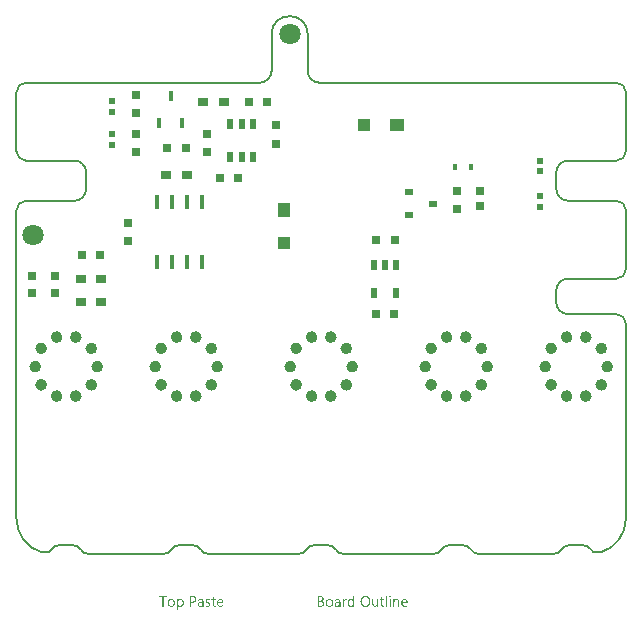
<source format=gtp>
G04*
G04 #@! TF.GenerationSoftware,Altium Limited,Altium Designer,22.11.1 (43)*
G04*
G04 Layer_Color=8421504*
%FSAX44Y44*%
%MOMM*%
G71*
G04*
G04 #@! TF.SameCoordinates,9ACCB5CA-CB32-4648-9133-37158E338149*
G04*
G04*
G04 #@! TF.FilePolarity,Positive*
G04*
G01*
G75*
%ADD10C,0.5000*%
%ADD13C,0.2000*%
%ADD15C,1.8000*%
%ADD16R,0.5800X0.4800*%
%ADD17R,1.0328X1.1328*%
%ADD18R,1.0298X1.1798*%
%ADD19R,0.4488X1.1488*%
%ADD20R,0.7866X0.6866*%
%ADD21R,0.5899X0.8899*%
%ADD22R,1.1798X1.0298*%
%ADD23R,1.1328X1.0328*%
%ADD24R,0.6866X0.7866*%
%ADD25R,0.5000X0.9000*%
%ADD26R,0.4613X0.9693*%
%ADD27R,0.8394X0.7886*%
%ADD28R,0.7074X0.6566*%
%ADD29R,0.4000X0.6000*%
%ADD30R,0.6566X0.7074*%
%ADD31R,0.7000X0.7000*%
%ADD32R,0.7991X0.6975*%
%ADD33R,0.8038X0.5038*%
G36*
X00058526Y-00088369D02*
X00058597Y-00088384D01*
X00058667Y-00088408D01*
X00058746Y-00088447D01*
X00058824Y-00088494D01*
X00058903Y-00088557D01*
X00058911Y-00088565D01*
X00058934Y-00088588D01*
X00058966Y-00088628D01*
X00059005Y-00088683D01*
X00059036Y-00088753D01*
X00059068Y-00088832D01*
X00059091Y-00088926D01*
X00059099Y-00089028D01*
X00059099Y-00089044D01*
X00059099Y-00089075D01*
X00059091Y-00089122D01*
X00059075Y-00089193D01*
X00059052Y-00089263D01*
X00059013Y-00089342D01*
X00058966Y-00089420D01*
X00058903Y-00089499D01*
X00058895Y-00089507D01*
X00058871Y-00089530D01*
X00058824Y-00089562D01*
X00058769Y-00089593D01*
X00058699Y-00089624D01*
X00058620Y-00089656D01*
X00058534Y-00089679D01*
X00058432Y-00089687D01*
X00058385Y-00089687D01*
X00058338Y-00089679D01*
X00058267Y-00089664D01*
X00058197Y-00089640D01*
X00058118Y-00089609D01*
X00058039Y-00089569D01*
X00057961Y-00089507D01*
X00057953Y-00089499D01*
X00057930Y-00089475D01*
X00057898Y-00089428D01*
X00057867Y-00089373D01*
X00057835Y-00089310D01*
X00057804Y-00089224D01*
X00057780Y-00089130D01*
X00057773Y-00089028D01*
X00057773Y-00089012D01*
X00057773Y-00088981D01*
X00057780Y-00088926D01*
X00057796Y-00088863D01*
X00057820Y-00088785D01*
X00057851Y-00088706D01*
X00057898Y-00088628D01*
X00057961Y-00088557D01*
X00057969Y-00088549D01*
X00057992Y-00088526D01*
X00058039Y-00088494D01*
X00058095Y-00088455D01*
X00058165Y-00088424D01*
X00058244Y-00088392D01*
X00058330Y-00088369D01*
X00058432Y-00088361D01*
X00058479Y-00088361D01*
X00058526Y-00088369D01*
X00058526Y-00088369D02*
G37*
G36*
X00028128Y-00097677D02*
X00027108Y-00097677D01*
X00027108Y-00096602D01*
X00027085Y-00096602D01*
X00027077Y-00096617D01*
X00027053Y-00096657D01*
X00027006Y-00096712D01*
X00026951Y-00096790D01*
X00026873Y-00096884D01*
X00026786Y-00096986D01*
X00026676Y-00097096D01*
X00026543Y-00097214D01*
X00026402Y-00097332D01*
X00026237Y-00097442D01*
X00026056Y-00097544D01*
X00025860Y-00097638D01*
X00025648Y-00097716D01*
X00025413Y-00097771D01*
X00025162Y-00097810D01*
X00024895Y-00097826D01*
X00024840Y-00097826D01*
X00024777Y-00097818D01*
X00024699Y-00097810D01*
X00024597Y-00097803D01*
X00024479Y-00097779D01*
X00024346Y-00097755D01*
X00024204Y-00097716D01*
X00024055Y-00097677D01*
X00023898Y-00097614D01*
X00023741Y-00097551D01*
X00023576Y-00097465D01*
X00023419Y-00097371D01*
X00023262Y-00097253D01*
X00023113Y-00097120D01*
X00022972Y-00096971D01*
X00022964Y-00096963D01*
X00022941Y-00096931D01*
X00022909Y-00096884D01*
X00022862Y-00096814D01*
X00022807Y-00096727D01*
X00022744Y-00096625D01*
X00022682Y-00096500D01*
X00022619Y-00096358D01*
X00022548Y-00096201D01*
X00022485Y-00096029D01*
X00022423Y-00095833D01*
X00022368Y-00095629D01*
X00022321Y-00095409D01*
X00022289Y-00095166D01*
X00022266Y-00094914D01*
X00022258Y-00094648D01*
X00022258Y-00094640D01*
X00022258Y-00094632D01*
X00022258Y-00094608D01*
X00022258Y-00094577D01*
X00022266Y-00094498D01*
X00022273Y-00094389D01*
X00022281Y-00094247D01*
X00022297Y-00094098D01*
X00022321Y-00093925D01*
X00022360Y-00093737D01*
X00022399Y-00093541D01*
X00022454Y-00093329D01*
X00022517Y-00093125D01*
X00022595Y-00092905D01*
X00022682Y-00092701D01*
X00022792Y-00092497D01*
X00022909Y-00092301D01*
X00023050Y-00092112D01*
X00023058Y-00092105D01*
X00023090Y-00092073D01*
X00023137Y-00092026D01*
X00023200Y-00091963D01*
X00023278Y-00091893D01*
X00023372Y-00091806D01*
X00023490Y-00091720D01*
X00023616Y-00091634D01*
X00023765Y-00091547D01*
X00023922Y-00091461D01*
X00024094Y-00091375D01*
X00024283Y-00091304D01*
X00024487Y-00091241D01*
X00024706Y-00091194D01*
X00024934Y-00091163D01*
X00025177Y-00091155D01*
X00025232Y-00091155D01*
X00025303Y-00091163D01*
X00025389Y-00091171D01*
X00025499Y-00091186D01*
X00025625Y-00091210D01*
X00025758Y-00091241D01*
X00025907Y-00091280D01*
X00026064Y-00091335D01*
X00026221Y-00091406D01*
X00026378Y-00091492D01*
X00026535Y-00091594D01*
X00026684Y-00091712D01*
X00026834Y-00091846D01*
X00026967Y-00092010D01*
X00027085Y-00092191D01*
X00027108Y-00092191D01*
X00027108Y-00088243D01*
X00028128Y-00088243D01*
X00028128Y-00097677D01*
X00028128Y-00097677D02*
G37*
G36*
X00064232Y-00091163D02*
X00064303Y-00091163D01*
X00064389Y-00091178D01*
X00064491Y-00091194D01*
X00064601Y-00091210D01*
X00064719Y-00091241D01*
X00064844Y-00091273D01*
X00064978Y-00091320D01*
X00065111Y-00091375D01*
X00065244Y-00091445D01*
X00065370Y-00091524D01*
X00065496Y-00091610D01*
X00065613Y-00091720D01*
X00065723Y-00091838D01*
X00065731Y-00091846D01*
X00065747Y-00091869D01*
X00065778Y-00091908D01*
X00065810Y-00091963D01*
X00065849Y-00092034D01*
X00065896Y-00092120D01*
X00065951Y-00092222D01*
X00066006Y-00092332D01*
X00066053Y-00092466D01*
X00066108Y-00092607D01*
X00066155Y-00092772D01*
X00066194Y-00092944D01*
X00066226Y-00093133D01*
X00066257Y-00093337D01*
X00066273Y-00093549D01*
X00066281Y-00093784D01*
X00066281Y-00097677D01*
X00065260Y-00097677D01*
X00065260Y-00094043D01*
X00065260Y-00094035D01*
X00065260Y-00094020D01*
X00065260Y-00093996D01*
X00065260Y-00093957D01*
X00065252Y-00093910D01*
X00065252Y-00093855D01*
X00065237Y-00093729D01*
X00065213Y-00093572D01*
X00065182Y-00093400D01*
X00065135Y-00093219D01*
X00065072Y-00093031D01*
X00064993Y-00092842D01*
X00064899Y-00092662D01*
X00064781Y-00092489D01*
X00064632Y-00092332D01*
X00064468Y-00092207D01*
X00064373Y-00092152D01*
X00064264Y-00092105D01*
X00064154Y-00092065D01*
X00064036Y-00092042D01*
X00063910Y-00092026D01*
X00063777Y-00092018D01*
X00063706Y-00092018D01*
X00063651Y-00092026D01*
X00063589Y-00092034D01*
X00063510Y-00092050D01*
X00063424Y-00092065D01*
X00063337Y-00092089D01*
X00063235Y-00092120D01*
X00063133Y-00092160D01*
X00063031Y-00092207D01*
X00062921Y-00092261D01*
X00062819Y-00092332D01*
X00062709Y-00092411D01*
X00062607Y-00092497D01*
X00062513Y-00092599D01*
X00062505Y-00092607D01*
X00062490Y-00092622D01*
X00062466Y-00092654D01*
X00062435Y-00092701D01*
X00062396Y-00092756D01*
X00062356Y-00092827D01*
X00062309Y-00092905D01*
X00062262Y-00092991D01*
X00062215Y-00093094D01*
X00062168Y-00093203D01*
X00062129Y-00093321D01*
X00062089Y-00093447D01*
X00062058Y-00093588D01*
X00062035Y-00093729D01*
X00062019Y-00093886D01*
X00062011Y-00094043D01*
X00062011Y-00097677D01*
X00060991Y-00097677D01*
X00060991Y-00091304D01*
X00062011Y-00091304D01*
X00062011Y-00092364D01*
X00062035Y-00092364D01*
X00062042Y-00092348D01*
X00062066Y-00092309D01*
X00062113Y-00092254D01*
X00062168Y-00092175D01*
X00062246Y-00092081D01*
X00062333Y-00091979D01*
X00062443Y-00091869D01*
X00062568Y-00091759D01*
X00062709Y-00091649D01*
X00062866Y-00091539D01*
X00063039Y-00091437D01*
X00063220Y-00091343D01*
X00063424Y-00091265D01*
X00063643Y-00091210D01*
X00063879Y-00091171D01*
X00064130Y-00091155D01*
X00064177Y-00091155D01*
X00064232Y-00091163D01*
X00064232Y-00091163D02*
G37*
G36*
X-00118820Y-00091134D02*
X-00118734Y-00091142D01*
X-00118632Y-00091150D01*
X-00118514Y-00091174D01*
X-00118381Y-00091197D01*
X-00118232Y-00091236D01*
X-00118083Y-00091284D01*
X-00117926Y-00091338D01*
X-00117769Y-00091409D01*
X-00117604Y-00091488D01*
X-00117447Y-00091590D01*
X-00117298Y-00091707D01*
X-00117149Y-00091841D01*
X-00117015Y-00091990D01*
X-00117008Y-00091998D01*
X-00116984Y-00092029D01*
X-00116952Y-00092076D01*
X-00116905Y-00092147D01*
X-00116858Y-00092233D01*
X-00116796Y-00092335D01*
X-00116733Y-00092461D01*
X-00116670Y-00092594D01*
X-00116607Y-00092751D01*
X-00116544Y-00092924D01*
X-00116482Y-00093112D01*
X-00116434Y-00093316D01*
X-00116387Y-00093536D01*
X-00116356Y-00093771D01*
X-00116333Y-00094023D01*
X-00116325Y-00094282D01*
X-00116325Y-00094290D01*
X-00116325Y-00094297D01*
X-00116325Y-00094321D01*
X-00116325Y-00094352D01*
X-00116333Y-00094439D01*
X-00116340Y-00094549D01*
X-00116348Y-00094682D01*
X-00116364Y-00094839D01*
X-00116387Y-00095012D01*
X-00116419Y-00095200D01*
X-00116466Y-00095396D01*
X-00116513Y-00095608D01*
X-00116576Y-00095820D01*
X-00116654Y-00096032D01*
X-00116741Y-00096244D01*
X-00116843Y-00096456D01*
X-00116968Y-00096652D01*
X-00117102Y-00096840D01*
X-00117109Y-00096848D01*
X-00117141Y-00096880D01*
X-00117180Y-00096927D01*
X-00117243Y-00096989D01*
X-00117321Y-00097060D01*
X-00117416Y-00097146D01*
X-00117533Y-00097233D01*
X-00117659Y-00097319D01*
X-00117800Y-00097405D01*
X-00117965Y-00097492D01*
X-00118138Y-00097578D01*
X-00118326Y-00097649D01*
X-00118530Y-00097711D01*
X-00118750Y-00097759D01*
X-00118985Y-00097790D01*
X-00119229Y-00097798D01*
X-00119284Y-00097798D01*
X-00119346Y-00097790D01*
X-00119433Y-00097782D01*
X-00119535Y-00097766D01*
X-00119653Y-00097743D01*
X-00119786Y-00097711D01*
X-00119935Y-00097664D01*
X-00120084Y-00097609D01*
X-00120241Y-00097539D01*
X-00120398Y-00097452D01*
X-00120563Y-00097350D01*
X-00120720Y-00097225D01*
X-00120869Y-00097084D01*
X-00121010Y-00096919D01*
X-00121144Y-00096730D01*
X-00121167Y-00096730D01*
X-00121167Y-00100576D01*
X-00122188Y-00100576D01*
X-00122188Y-00091276D01*
X-00121167Y-00091276D01*
X-00121167Y-00092398D01*
X-00121144Y-00092398D01*
X-00121136Y-00092382D01*
X-00121104Y-00092343D01*
X-00121065Y-00092280D01*
X-00121002Y-00092202D01*
X-00120924Y-00092100D01*
X-00120830Y-00091998D01*
X-00120712Y-00091880D01*
X-00120586Y-00091762D01*
X-00120437Y-00091644D01*
X-00120273Y-00091527D01*
X-00120092Y-00091425D01*
X-00119896Y-00091323D01*
X-00119684Y-00091244D01*
X-00119448Y-00091181D01*
X-00119205Y-00091142D01*
X-00118938Y-00091126D01*
X-00118883Y-00091126D01*
X-00118820Y-00091134D01*
X-00118820Y-00091134D02*
G37*
G36*
X-00095369Y-00091134D02*
X-00095298Y-00091134D01*
X-00095212Y-00091142D01*
X-00095118Y-00091150D01*
X-00095016Y-00091166D01*
X-00094780Y-00091197D01*
X-00094537Y-00091252D01*
X-00094278Y-00091323D01*
X-00094027Y-00091417D01*
X-00094027Y-00092453D01*
X-00094035Y-00092445D01*
X-00094058Y-00092429D01*
X-00094097Y-00092414D01*
X-00094152Y-00092382D01*
X-00094215Y-00092343D01*
X-00094294Y-00092304D01*
X-00094388Y-00092264D01*
X-00094490Y-00092217D01*
X-00094608Y-00092178D01*
X-00094725Y-00092139D01*
X-00094859Y-00092100D01*
X-00095000Y-00092060D01*
X-00095157Y-00092029D01*
X-00095314Y-00092013D01*
X-00095471Y-00091998D01*
X-00095644Y-00091990D01*
X-00095746Y-00091990D01*
X-00095816Y-00091998D01*
X-00095895Y-00092006D01*
X-00095981Y-00092021D01*
X-00096162Y-00092060D01*
X-00096170Y-00092060D01*
X-00096201Y-00092068D01*
X-00096240Y-00092084D01*
X-00096295Y-00092108D01*
X-00096421Y-00092163D01*
X-00096554Y-00092241D01*
X-00096562Y-00092249D01*
X-00096578Y-00092264D01*
X-00096609Y-00092288D01*
X-00096648Y-00092319D01*
X-00096735Y-00092406D01*
X-00096813Y-00092523D01*
X-00096813Y-00092531D01*
X-00096829Y-00092555D01*
X-00096837Y-00092586D01*
X-00096852Y-00092633D01*
X-00096868Y-00092681D01*
X-00096884Y-00092743D01*
X-00096891Y-00092814D01*
X-00096899Y-00092885D01*
X-00096899Y-00092892D01*
X-00096899Y-00092924D01*
X-00096891Y-00092971D01*
X-00096891Y-00093034D01*
X-00096876Y-00093097D01*
X-00096860Y-00093167D01*
X-00096844Y-00093238D01*
X-00096813Y-00093308D01*
X-00096805Y-00093316D01*
X-00096797Y-00093340D01*
X-00096774Y-00093371D01*
X-00096742Y-00093410D01*
X-00096703Y-00093450D01*
X-00096664Y-00093505D01*
X-00096546Y-00093607D01*
X-00096538Y-00093615D01*
X-00096515Y-00093630D01*
X-00096476Y-00093654D01*
X-00096428Y-00093685D01*
X-00096366Y-00093716D01*
X-00096295Y-00093756D01*
X-00096209Y-00093803D01*
X-00096122Y-00093842D01*
X-00096115Y-00093850D01*
X-00096075Y-00093858D01*
X-00096028Y-00093881D01*
X-00095957Y-00093905D01*
X-00095871Y-00093944D01*
X-00095777Y-00093983D01*
X-00095675Y-00094023D01*
X-00095557Y-00094070D01*
X-00095549Y-00094070D01*
X-00095542Y-00094078D01*
X-00095518Y-00094085D01*
X-00095487Y-00094093D01*
X-00095408Y-00094125D01*
X-00095306Y-00094172D01*
X-00095188Y-00094219D01*
X-00095055Y-00094274D01*
X-00094922Y-00094337D01*
X-00094796Y-00094399D01*
X-00094788Y-00094399D01*
X-00094780Y-00094407D01*
X-00094741Y-00094431D01*
X-00094678Y-00094462D01*
X-00094600Y-00094509D01*
X-00094506Y-00094572D01*
X-00094411Y-00094635D01*
X-00094317Y-00094713D01*
X-00094223Y-00094792D01*
X-00094215Y-00094800D01*
X-00094184Y-00094831D01*
X-00094144Y-00094870D01*
X-00094090Y-00094933D01*
X-00094035Y-00095004D01*
X-00093972Y-00095090D01*
X-00093917Y-00095184D01*
X-00093862Y-00095286D01*
X-00093854Y-00095302D01*
X-00093838Y-00095333D01*
X-00093823Y-00095396D01*
X-00093799Y-00095475D01*
X-00093776Y-00095569D01*
X-00093752Y-00095679D01*
X-00093744Y-00095804D01*
X-00093736Y-00095946D01*
X-00093736Y-00095953D01*
X-00093736Y-00095969D01*
X-00093736Y-00095993D01*
X-00093736Y-00096024D01*
X-00093744Y-00096110D01*
X-00093760Y-00096228D01*
X-00093791Y-00096354D01*
X-00093823Y-00096495D01*
X-00093878Y-00096636D01*
X-00093948Y-00096770D01*
X-00093956Y-00096785D01*
X-00093988Y-00096825D01*
X-00094035Y-00096887D01*
X-00094097Y-00096974D01*
X-00094176Y-00097060D01*
X-00094270Y-00097162D01*
X-00094380Y-00097256D01*
X-00094506Y-00097350D01*
X-00094521Y-00097358D01*
X-00094568Y-00097390D01*
X-00094639Y-00097429D01*
X-00094733Y-00097476D01*
X-00094851Y-00097531D01*
X-00094992Y-00097586D01*
X-00095141Y-00097641D01*
X-00095306Y-00097688D01*
X-00095314Y-00097688D01*
X-00095330Y-00097696D01*
X-00095353Y-00097696D01*
X-00095385Y-00097704D01*
X-00095424Y-00097711D01*
X-00095471Y-00097719D01*
X-00095589Y-00097743D01*
X-00095738Y-00097766D01*
X-00095895Y-00097782D01*
X-00096067Y-00097790D01*
X-00096256Y-00097798D01*
X-00096350Y-00097798D01*
X-00096421Y-00097790D01*
X-00096507Y-00097790D01*
X-00096601Y-00097774D01*
X-00096719Y-00097766D01*
X-00096837Y-00097751D01*
X-00096970Y-00097727D01*
X-00097103Y-00097704D01*
X-00097386Y-00097641D01*
X-00097676Y-00097547D01*
X-00097818Y-00097484D01*
X-00097959Y-00097421D01*
X-00097959Y-00096330D01*
X-00097951Y-00096338D01*
X-00097920Y-00096354D01*
X-00097873Y-00096385D01*
X-00097810Y-00096424D01*
X-00097731Y-00096471D01*
X-00097645Y-00096526D01*
X-00097535Y-00096581D01*
X-00097417Y-00096636D01*
X-00097284Y-00096691D01*
X-00097143Y-00096746D01*
X-00096994Y-00096801D01*
X-00096837Y-00096848D01*
X-00096664Y-00096887D01*
X-00096491Y-00096919D01*
X-00096311Y-00096934D01*
X-00096122Y-00096942D01*
X-00096067Y-00096942D01*
X-00095997Y-00096934D01*
X-00095911Y-00096927D01*
X-00095808Y-00096911D01*
X-00095698Y-00096895D01*
X-00095573Y-00096864D01*
X-00095447Y-00096832D01*
X-00095330Y-00096785D01*
X-00095204Y-00096722D01*
X-00095094Y-00096652D01*
X-00094992Y-00096566D01*
X-00094906Y-00096463D01*
X-00094835Y-00096346D01*
X-00094796Y-00096205D01*
X-00094780Y-00096126D01*
X-00094780Y-00096048D01*
X-00094780Y-00096040D01*
X-00094780Y-00096000D01*
X-00094788Y-00095953D01*
X-00094796Y-00095898D01*
X-00094812Y-00095828D01*
X-00094827Y-00095757D01*
X-00094859Y-00095687D01*
X-00094898Y-00095616D01*
X-00094906Y-00095608D01*
X-00094922Y-00095584D01*
X-00094945Y-00095553D01*
X-00094977Y-00095506D01*
X-00095024Y-00095459D01*
X-00095071Y-00095404D01*
X-00095133Y-00095357D01*
X-00095204Y-00095302D01*
X-00095212Y-00095294D01*
X-00095236Y-00095278D01*
X-00095283Y-00095255D01*
X-00095337Y-00095216D01*
X-00095400Y-00095176D01*
X-00095479Y-00095137D01*
X-00095573Y-00095098D01*
X-00095667Y-00095059D01*
X-00095683Y-00095051D01*
X-00095714Y-00095043D01*
X-00095769Y-00095019D01*
X-00095840Y-00094988D01*
X-00095918Y-00094949D01*
X-00096020Y-00094909D01*
X-00096122Y-00094870D01*
X-00096232Y-00094823D01*
X-00096240Y-00094823D01*
X-00096248Y-00094815D01*
X-00096271Y-00094808D01*
X-00096303Y-00094792D01*
X-00096381Y-00094760D01*
X-00096483Y-00094721D01*
X-00096601Y-00094666D01*
X-00096727Y-00094611D01*
X-00096852Y-00094549D01*
X-00096978Y-00094486D01*
X-00096994Y-00094478D01*
X-00097033Y-00094454D01*
X-00097088Y-00094423D01*
X-00097166Y-00094376D01*
X-00097253Y-00094313D01*
X-00097339Y-00094250D01*
X-00097433Y-00094180D01*
X-00097519Y-00094101D01*
X-00097527Y-00094093D01*
X-00097551Y-00094062D01*
X-00097590Y-00094023D01*
X-00097637Y-00093960D01*
X-00097692Y-00093889D01*
X-00097747Y-00093803D01*
X-00097794Y-00093716D01*
X-00097841Y-00093615D01*
X-00097849Y-00093599D01*
X-00097857Y-00093567D01*
X-00097873Y-00093505D01*
X-00097888Y-00093434D01*
X-00097912Y-00093340D01*
X-00097928Y-00093230D01*
X-00097935Y-00093104D01*
X-00097943Y-00092971D01*
X-00097943Y-00092963D01*
X-00097943Y-00092947D01*
X-00097943Y-00092924D01*
X-00097943Y-00092892D01*
X-00097935Y-00092814D01*
X-00097920Y-00092704D01*
X-00097896Y-00092578D01*
X-00097857Y-00092445D01*
X-00097810Y-00092312D01*
X-00097739Y-00092178D01*
X-00097739Y-00092170D01*
X-00097731Y-00092163D01*
X-00097700Y-00092123D01*
X-00097653Y-00092060D01*
X-00097598Y-00091974D01*
X-00097519Y-00091888D01*
X-00097425Y-00091794D01*
X-00097315Y-00091692D01*
X-00097198Y-00091605D01*
X-00097190Y-00091605D01*
X-00097182Y-00091597D01*
X-00097135Y-00091566D01*
X-00097064Y-00091527D01*
X-00096970Y-00091472D01*
X-00096852Y-00091417D01*
X-00096719Y-00091354D01*
X-00096570Y-00091299D01*
X-00096413Y-00091252D01*
X-00096405Y-00091252D01*
X-00096389Y-00091244D01*
X-00096366Y-00091236D01*
X-00096334Y-00091229D01*
X-00096295Y-00091221D01*
X-00096248Y-00091213D01*
X-00096138Y-00091189D01*
X-00095997Y-00091166D01*
X-00095848Y-00091142D01*
X-00095683Y-00091134D01*
X-00095510Y-00091126D01*
X-00095432Y-00091126D01*
X-00095369Y-00091134D01*
X-00095369Y-00091134D02*
G37*
G36*
X00021112Y-00091202D02*
X00021198Y-00091202D01*
X00021292Y-00091218D01*
X00021394Y-00091233D01*
X00021497Y-00091249D01*
X00021583Y-00091280D01*
X00021583Y-00092340D01*
X00021567Y-00092332D01*
X00021536Y-00092309D01*
X00021473Y-00092277D01*
X00021387Y-00092238D01*
X00021269Y-00092199D01*
X00021143Y-00092167D01*
X00020986Y-00092144D01*
X00020806Y-00092136D01*
X00020743Y-00092136D01*
X00020696Y-00092144D01*
X00020641Y-00092152D01*
X00020578Y-00092167D01*
X00020429Y-00092214D01*
X00020343Y-00092246D01*
X00020256Y-00092285D01*
X00020162Y-00092340D01*
X00020068Y-00092395D01*
X00019982Y-00092466D01*
X00019887Y-00092552D01*
X00019801Y-00092646D01*
X00019715Y-00092756D01*
X00019707Y-00092764D01*
X00019699Y-00092787D01*
X00019676Y-00092819D01*
X00019644Y-00092866D01*
X00019613Y-00092929D01*
X00019574Y-00093007D01*
X00019534Y-00093094D01*
X00019495Y-00093195D01*
X00019456Y-00093305D01*
X00019417Y-00093431D01*
X00019377Y-00093572D01*
X00019346Y-00093721D01*
X00019315Y-00093886D01*
X00019291Y-00094059D01*
X00019283Y-00094239D01*
X00019275Y-00094436D01*
X00019275Y-00097677D01*
X00018255Y-00097677D01*
X00018255Y-00091304D01*
X00019275Y-00091304D01*
X00019275Y-00092622D01*
X00019299Y-00092622D01*
X00019299Y-00092615D01*
X00019307Y-00092591D01*
X00019322Y-00092560D01*
X00019338Y-00092513D01*
X00019362Y-00092458D01*
X00019393Y-00092387D01*
X00019464Y-00092238D01*
X00019558Y-00092065D01*
X00019676Y-00091893D01*
X00019809Y-00091728D01*
X00019966Y-00091571D01*
X00019974Y-00091563D01*
X00019990Y-00091555D01*
X00020013Y-00091539D01*
X00020045Y-00091508D01*
X00020084Y-00091484D01*
X00020139Y-00091453D01*
X00020256Y-00091383D01*
X00020405Y-00091312D01*
X00020578Y-00091249D01*
X00020766Y-00091210D01*
X00020869Y-00091202D01*
X00020971Y-00091194D01*
X00021033Y-00091194D01*
X00021112Y-00091202D01*
X00021112Y-00091202D02*
G37*
G36*
X00048449Y-00097677D02*
X00047428Y-00097677D01*
X00047428Y-00096672D01*
X00047405Y-00096672D01*
X00047397Y-00096688D01*
X00047373Y-00096720D01*
X00047334Y-00096782D01*
X00047287Y-00096853D01*
X00047216Y-00096939D01*
X00047130Y-00097034D01*
X00047036Y-00097143D01*
X00046918Y-00097245D01*
X00046792Y-00097355D01*
X00046643Y-00097457D01*
X00046486Y-00097559D01*
X00046306Y-00097646D01*
X00046110Y-00097716D01*
X00045906Y-00097779D01*
X00045678Y-00097810D01*
X00045435Y-00097826D01*
X00045380Y-00097826D01*
X00045340Y-00097818D01*
X00045286Y-00097818D01*
X00045223Y-00097810D01*
X00045152Y-00097795D01*
X00045082Y-00097787D01*
X00044909Y-00097740D01*
X00044713Y-00097685D01*
X00044509Y-00097599D01*
X00044406Y-00097544D01*
X00044297Y-00097489D01*
X00044187Y-00097418D01*
X00044085Y-00097347D01*
X00043983Y-00097261D01*
X00043881Y-00097167D01*
X00043779Y-00097057D01*
X00043684Y-00096947D01*
X00043598Y-00096821D01*
X00043512Y-00096680D01*
X00043441Y-00096531D01*
X00043370Y-00096374D01*
X00043308Y-00096201D01*
X00043253Y-00096013D01*
X00043214Y-00095809D01*
X00043182Y-00095597D01*
X00043166Y-00095362D01*
X00043159Y-00095118D01*
X00043159Y-00091304D01*
X00044171Y-00091304D01*
X00044171Y-00094954D01*
X00044171Y-00094961D01*
X00044171Y-00094977D01*
X00044171Y-00095001D01*
X00044171Y-00095040D01*
X00044179Y-00095087D01*
X00044179Y-00095142D01*
X00044195Y-00095267D01*
X00044218Y-00095424D01*
X00044250Y-00095589D01*
X00044304Y-00095778D01*
X00044367Y-00095958D01*
X00044446Y-00096147D01*
X00044548Y-00096335D01*
X00044673Y-00096500D01*
X00044823Y-00096657D01*
X00045003Y-00096782D01*
X00045097Y-00096837D01*
X00045207Y-00096884D01*
X00045325Y-00096924D01*
X00045443Y-00096947D01*
X00045576Y-00096963D01*
X00045717Y-00096971D01*
X00045788Y-00096971D01*
X00045843Y-00096963D01*
X00045906Y-00096955D01*
X00045976Y-00096939D01*
X00046063Y-00096924D01*
X00046149Y-00096900D01*
X00046243Y-00096876D01*
X00046345Y-00096837D01*
X00046447Y-00096790D01*
X00046549Y-00096735D01*
X00046651Y-00096672D01*
X00046753Y-00096602D01*
X00046847Y-00096516D01*
X00046942Y-00096421D01*
X00046950Y-00096413D01*
X00046965Y-00096398D01*
X00046989Y-00096366D01*
X00047020Y-00096319D01*
X00047052Y-00096264D01*
X00047099Y-00096201D01*
X00047138Y-00096123D01*
X00047185Y-00096037D01*
X00047232Y-00095935D01*
X00047271Y-00095825D01*
X00047318Y-00095707D01*
X00047350Y-00095582D01*
X00047381Y-00095440D01*
X00047405Y-00095299D01*
X00047420Y-00095142D01*
X00047428Y-00094977D01*
X00047428Y-00091304D01*
X00048449Y-00091304D01*
X00048449Y-00097677D01*
X00048449Y-00097677D02*
G37*
G36*
X-00101648Y-00091134D02*
X-00101593Y-00091134D01*
X-00101538Y-00091142D01*
X-00101467Y-00091150D01*
X-00101389Y-00091166D01*
X-00101224Y-00091197D01*
X-00101028Y-00091252D01*
X-00100831Y-00091323D01*
X-00100620Y-00091425D01*
X-00100408Y-00091550D01*
X-00100306Y-00091621D01*
X-00100204Y-00091707D01*
X-00100110Y-00091802D01*
X-00100015Y-00091896D01*
X-00099929Y-00092006D01*
X-00099850Y-00092131D01*
X-00099772Y-00092257D01*
X-00099701Y-00092398D01*
X-00099646Y-00092555D01*
X-00099591Y-00092720D01*
X-00099552Y-00092892D01*
X-00099521Y-00093089D01*
X-00099505Y-00093285D01*
X-00099497Y-00093505D01*
X-00099497Y-00097649D01*
X-00100518Y-00097649D01*
X-00100518Y-00096660D01*
X-00100541Y-00096660D01*
X-00100549Y-00096675D01*
X-00100573Y-00096707D01*
X-00100612Y-00096762D01*
X-00100667Y-00096840D01*
X-00100737Y-00096927D01*
X-00100824Y-00097021D01*
X-00100918Y-00097123D01*
X-00101036Y-00097225D01*
X-00101169Y-00097335D01*
X-00101310Y-00097437D01*
X-00101475Y-00097531D01*
X-00101648Y-00097617D01*
X-00101844Y-00097696D01*
X-00102048Y-00097751D01*
X-00102268Y-00097782D01*
X-00102503Y-00097798D01*
X-00102598Y-00097798D01*
X-00102660Y-00097790D01*
X-00102739Y-00097782D01*
X-00102833Y-00097774D01*
X-00102935Y-00097759D01*
X-00103045Y-00097735D01*
X-00103288Y-00097672D01*
X-00103406Y-00097633D01*
X-00103531Y-00097586D01*
X-00103657Y-00097531D01*
X-00103775Y-00097460D01*
X-00103885Y-00097382D01*
X-00103995Y-00097296D01*
X-00104002Y-00097288D01*
X-00104018Y-00097272D01*
X-00104042Y-00097240D01*
X-00104081Y-00097201D01*
X-00104120Y-00097154D01*
X-00104159Y-00097091D01*
X-00104214Y-00097021D01*
X-00104261Y-00096942D01*
X-00104309Y-00096848D01*
X-00104355Y-00096746D01*
X-00104403Y-00096636D01*
X-00104442Y-00096518D01*
X-00104481Y-00096393D01*
X-00104505Y-00096259D01*
X-00104520Y-00096110D01*
X-00104528Y-00095961D01*
X-00104528Y-00095953D01*
X-00104528Y-00095938D01*
X-00104528Y-00095914D01*
X-00104520Y-00095883D01*
X-00104520Y-00095843D01*
X-00104513Y-00095796D01*
X-00104497Y-00095679D01*
X-00104465Y-00095537D01*
X-00104418Y-00095380D01*
X-00104355Y-00095208D01*
X-00104261Y-00095027D01*
X-00104151Y-00094847D01*
X-00104018Y-00094666D01*
X-00103932Y-00094580D01*
X-00103845Y-00094494D01*
X-00103743Y-00094407D01*
X-00103641Y-00094329D01*
X-00103524Y-00094250D01*
X-00103398Y-00094180D01*
X-00103265Y-00094117D01*
X-00103116Y-00094054D01*
X-00102958Y-00093999D01*
X-00102794Y-00093952D01*
X-00102613Y-00093913D01*
X-00102425Y-00093881D01*
X-00100518Y-00093615D01*
X-00100518Y-00093607D01*
X-00100518Y-00093599D01*
X-00100518Y-00093575D01*
X-00100518Y-00093544D01*
X-00100525Y-00093465D01*
X-00100541Y-00093363D01*
X-00100557Y-00093238D01*
X-00100588Y-00093097D01*
X-00100627Y-00092955D01*
X-00100682Y-00092798D01*
X-00100753Y-00092649D01*
X-00100839Y-00092500D01*
X-00100941Y-00092367D01*
X-00101067Y-00092241D01*
X-00101224Y-00092139D01*
X-00101397Y-00092060D01*
X-00101491Y-00092029D01*
X-00101601Y-00092006D01*
X-00101711Y-00091998D01*
X-00101828Y-00091990D01*
X-00101883Y-00091990D01*
X-00101938Y-00091998D01*
X-00102024Y-00092006D01*
X-00102127Y-00092013D01*
X-00102244Y-00092029D01*
X-00102378Y-00092053D01*
X-00102519Y-00092084D01*
X-00102676Y-00092131D01*
X-00102841Y-00092178D01*
X-00103013Y-00092241D01*
X-00103194Y-00092319D01*
X-00103375Y-00092414D01*
X-00103555Y-00092516D01*
X-00103736Y-00092633D01*
X-00103908Y-00092775D01*
X-00103908Y-00091731D01*
X-00103900Y-00091723D01*
X-00103869Y-00091707D01*
X-00103814Y-00091676D01*
X-00103743Y-00091637D01*
X-00103649Y-00091590D01*
X-00103547Y-00091543D01*
X-00103422Y-00091488D01*
X-00103280Y-00091425D01*
X-00103131Y-00091370D01*
X-00102966Y-00091315D01*
X-00102786Y-00091268D01*
X-00102598Y-00091221D01*
X-00102393Y-00091181D01*
X-00102189Y-00091150D01*
X-00101970Y-00091134D01*
X-00101742Y-00091126D01*
X-00101687Y-00091126D01*
X-00101648Y-00091134D01*
X-00101648Y-00091134D02*
G37*
G36*
X-00108476Y-00088733D02*
X-00108374Y-00088733D01*
X-00108256Y-00088748D01*
X-00108115Y-00088764D01*
X-00107966Y-00088780D01*
X-00107793Y-00088811D01*
X-00107621Y-00088850D01*
X-00107440Y-00088897D01*
X-00107260Y-00088952D01*
X-00107071Y-00089023D01*
X-00106891Y-00089101D01*
X-00106718Y-00089196D01*
X-00106553Y-00089298D01*
X-00106396Y-00089423D01*
X-00106388Y-00089431D01*
X-00106365Y-00089455D01*
X-00106326Y-00089494D01*
X-00106271Y-00089549D01*
X-00106216Y-00089627D01*
X-00106145Y-00089714D01*
X-00106074Y-00089816D01*
X-00105996Y-00089934D01*
X-00105925Y-00090067D01*
X-00105855Y-00090208D01*
X-00105784Y-00090373D01*
X-00105729Y-00090546D01*
X-00105674Y-00090742D01*
X-00105635Y-00090946D01*
X-00105611Y-00091158D01*
X-00105604Y-00091393D01*
X-00105604Y-00091409D01*
X-00105604Y-00091448D01*
X-00105611Y-00091519D01*
X-00105619Y-00091605D01*
X-00105627Y-00091715D01*
X-00105651Y-00091841D01*
X-00105674Y-00091974D01*
X-00105713Y-00092131D01*
X-00105760Y-00092288D01*
X-00105815Y-00092461D01*
X-00105886Y-00092633D01*
X-00105972Y-00092806D01*
X-00106074Y-00092979D01*
X-00106192Y-00093151D01*
X-00106326Y-00093316D01*
X-00106482Y-00093473D01*
X-00106490Y-00093481D01*
X-00106522Y-00093505D01*
X-00106569Y-00093544D01*
X-00106639Y-00093599D01*
X-00106726Y-00093662D01*
X-00106836Y-00093732D01*
X-00106961Y-00093803D01*
X-00107103Y-00093874D01*
X-00107260Y-00093952D01*
X-00107440Y-00094023D01*
X-00107636Y-00094093D01*
X-00107840Y-00094156D01*
X-00108068Y-00094203D01*
X-00108311Y-00094250D01*
X-00108562Y-00094274D01*
X-00108837Y-00094282D01*
X-00110014Y-00094282D01*
X-00110014Y-00097649D01*
X-00111058Y-00097649D01*
X-00111058Y-00088725D01*
X-00108547Y-00088725D01*
X-00108476Y-00088733D01*
X-00108476Y-00088733D02*
G37*
G36*
X-00130923Y-00089675D02*
X-00133497Y-00089675D01*
X-00133497Y-00097649D01*
X-00134541Y-00097649D01*
X-00134541Y-00089675D01*
X-00137116Y-00089675D01*
X-00137116Y-00088725D01*
X-00130923Y-00088725D01*
X-00130923Y-00089675D01*
X-00130923Y-00089675D02*
G37*
G36*
X00058926Y-00097677D02*
X00057906Y-00097677D01*
X00057906Y-00091304D01*
X00058926Y-00091304D01*
X00058926Y-00097677D01*
X00058926Y-00097677D02*
G37*
G36*
X00055842Y-00097677D02*
X00054822Y-00097677D01*
X00054822Y-00088243D01*
X00055842Y-00088243D01*
X00055842Y-00097677D01*
X00055842Y-00097677D02*
G37*
G36*
X00014182Y-00091163D02*
X00014237Y-00091163D01*
X00014291Y-00091171D01*
X00014362Y-00091178D01*
X00014441Y-00091194D01*
X00014605Y-00091226D01*
X00014802Y-00091280D01*
X00014998Y-00091351D01*
X00015210Y-00091453D01*
X00015422Y-00091579D01*
X00015524Y-00091649D01*
X00015626Y-00091736D01*
X00015720Y-00091830D01*
X00015814Y-00091924D01*
X00015900Y-00092034D01*
X00015979Y-00092160D01*
X00016057Y-00092285D01*
X00016128Y-00092426D01*
X00016183Y-00092583D01*
X00016238Y-00092748D01*
X00016277Y-00092921D01*
X00016308Y-00093117D01*
X00016324Y-00093313D01*
X00016332Y-00093533D01*
X00016332Y-00097677D01*
X00015312Y-00097677D01*
X00015312Y-00096688D01*
X00015288Y-00096688D01*
X00015280Y-00096704D01*
X00015257Y-00096735D01*
X00015218Y-00096790D01*
X00015163Y-00096869D01*
X00015092Y-00096955D01*
X00015006Y-00097049D01*
X00014912Y-00097151D01*
X00014794Y-00097253D01*
X00014660Y-00097363D01*
X00014519Y-00097465D01*
X00014354Y-00097559D01*
X00014182Y-00097646D01*
X00013985Y-00097724D01*
X00013781Y-00097779D01*
X00013562Y-00097810D01*
X00013326Y-00097826D01*
X00013232Y-00097826D01*
X00013169Y-00097818D01*
X00013091Y-00097810D01*
X00012996Y-00097803D01*
X00012894Y-00097787D01*
X00012785Y-00097763D01*
X00012541Y-00097701D01*
X00012423Y-00097661D01*
X00012298Y-00097614D01*
X00012172Y-00097559D01*
X00012055Y-00097489D01*
X00011945Y-00097410D01*
X00011835Y-00097324D01*
X00011827Y-00097316D01*
X00011811Y-00097300D01*
X00011788Y-00097269D01*
X00011748Y-00097230D01*
X00011709Y-00097183D01*
X00011670Y-00097120D01*
X00011615Y-00097049D01*
X00011568Y-00096971D01*
X00011521Y-00096876D01*
X00011474Y-00096775D01*
X00011427Y-00096665D01*
X00011387Y-00096547D01*
X00011348Y-00096421D01*
X00011325Y-00096288D01*
X00011309Y-00096139D01*
X00011301Y-00095990D01*
X00011301Y-00095982D01*
X00011301Y-00095966D01*
X00011301Y-00095942D01*
X00011309Y-00095911D01*
X00011309Y-00095872D01*
X00011317Y-00095825D01*
X00011332Y-00095707D01*
X00011364Y-00095566D01*
X00011411Y-00095409D01*
X00011474Y-00095236D01*
X00011568Y-00095056D01*
X00011678Y-00094875D01*
X00011811Y-00094695D01*
X00011898Y-00094608D01*
X00011984Y-00094522D01*
X00012086Y-00094436D01*
X00012188Y-00094357D01*
X00012306Y-00094279D01*
X00012431Y-00094208D01*
X00012565Y-00094145D01*
X00012714Y-00094082D01*
X00012871Y-00094027D01*
X00013036Y-00093980D01*
X00013216Y-00093941D01*
X00013405Y-00093910D01*
X00015312Y-00093643D01*
X00015312Y-00093635D01*
X00015312Y-00093627D01*
X00015312Y-00093604D01*
X00015312Y-00093572D01*
X00015304Y-00093494D01*
X00015288Y-00093392D01*
X00015273Y-00093266D01*
X00015241Y-00093125D01*
X00015202Y-00092984D01*
X00015147Y-00092827D01*
X00015076Y-00092677D01*
X00014990Y-00092528D01*
X00014888Y-00092395D01*
X00014762Y-00092269D01*
X00014605Y-00092167D01*
X00014433Y-00092089D01*
X00014339Y-00092057D01*
X00014229Y-00092034D01*
X00014119Y-00092026D01*
X00014001Y-00092018D01*
X00013946Y-00092018D01*
X00013891Y-00092026D01*
X00013805Y-00092034D01*
X00013703Y-00092042D01*
X00013585Y-00092057D01*
X00013452Y-00092081D01*
X00013310Y-00092112D01*
X00013153Y-00092160D01*
X00012989Y-00092207D01*
X00012816Y-00092269D01*
X00012635Y-00092348D01*
X00012455Y-00092442D01*
X00012274Y-00092544D01*
X00012094Y-00092662D01*
X00011921Y-00092803D01*
X00011921Y-00091759D01*
X00011929Y-00091751D01*
X00011960Y-00091736D01*
X00012015Y-00091704D01*
X00012086Y-00091665D01*
X00012180Y-00091618D01*
X00012282Y-00091571D01*
X00012408Y-00091516D01*
X00012549Y-00091453D01*
X00012698Y-00091398D01*
X00012863Y-00091343D01*
X00013044Y-00091296D01*
X00013232Y-00091249D01*
X00013436Y-00091210D01*
X00013640Y-00091178D01*
X00013860Y-00091163D01*
X00014087Y-00091155D01*
X00014142Y-00091155D01*
X00014182Y-00091163D01*
X00014182Y-00091163D02*
G37*
G36*
X-00000134Y-00088761D02*
X-00000040Y-00088769D01*
X00000070Y-00088785D01*
X00000195Y-00088800D01*
X00000337Y-00088824D01*
X00000478Y-00088855D01*
X00000627Y-00088895D01*
X00000784Y-00088942D01*
X00000933Y-00088996D01*
X00001090Y-00089059D01*
X00001231Y-00089138D01*
X00001373Y-00089224D01*
X00001506Y-00089326D01*
X00001514Y-00089334D01*
X00001538Y-00089350D01*
X00001569Y-00089381D01*
X00001608Y-00089428D01*
X00001663Y-00089483D01*
X00001718Y-00089554D01*
X00001781Y-00089632D01*
X00001844Y-00089719D01*
X00001906Y-00089821D01*
X00001969Y-00089930D01*
X00002024Y-00090056D01*
X00002079Y-00090182D01*
X00002118Y-00090323D01*
X00002150Y-00090472D01*
X00002173Y-00090629D01*
X00002181Y-00090794D01*
X00002181Y-00090802D01*
X00002181Y-00090825D01*
X00002181Y-00090864D01*
X00002173Y-00090919D01*
X00002165Y-00090990D01*
X00002157Y-00091061D01*
X00002150Y-00091147D01*
X00002134Y-00091241D01*
X00002079Y-00091453D01*
X00002008Y-00091673D01*
X00001961Y-00091791D01*
X00001906Y-00091901D01*
X00001844Y-00092010D01*
X00001773Y-00092120D01*
X00001765Y-00092128D01*
X00001757Y-00092144D01*
X00001734Y-00092175D01*
X00001694Y-00092214D01*
X00001655Y-00092254D01*
X00001608Y-00092309D01*
X00001545Y-00092364D01*
X00001482Y-00092426D01*
X00001404Y-00092489D01*
X00001318Y-00092560D01*
X00001223Y-00092622D01*
X00001121Y-00092693D01*
X00001012Y-00092756D01*
X00000902Y-00092811D01*
X00000643Y-00092913D01*
X00000643Y-00092936D01*
X00000651Y-00092936D01*
X00000682Y-00092944D01*
X00000729Y-00092952D01*
X00000792Y-00092960D01*
X00000870Y-00092976D01*
X00000957Y-00092999D01*
X00001059Y-00093031D01*
X00001161Y-00093062D01*
X00001388Y-00093148D01*
X00001514Y-00093203D01*
X00001632Y-00093274D01*
X00001749Y-00093345D01*
X00001867Y-00093423D01*
X00001985Y-00093517D01*
X00002087Y-00093619D01*
X00002095Y-00093627D01*
X00002110Y-00093643D01*
X00002134Y-00093674D01*
X00002173Y-00093721D01*
X00002212Y-00093784D01*
X00002260Y-00093847D01*
X00002307Y-00093933D01*
X00002362Y-00094020D01*
X00002409Y-00094122D01*
X00002456Y-00094239D01*
X00002503Y-00094357D01*
X00002542Y-00094490D01*
X00002581Y-00094640D01*
X00002605Y-00094789D01*
X00002621Y-00094946D01*
X00002628Y-00095118D01*
X00002628Y-00095134D01*
X00002628Y-00095166D01*
X00002621Y-00095228D01*
X00002613Y-00095307D01*
X00002605Y-00095409D01*
X00002581Y-00095519D01*
X00002558Y-00095644D01*
X00002526Y-00095778D01*
X00002479Y-00095927D01*
X00002424Y-00096076D01*
X00002362Y-00096225D01*
X00002283Y-00096382D01*
X00002189Y-00096539D01*
X00002079Y-00096688D01*
X00001953Y-00096829D01*
X00001804Y-00096971D01*
X00001796Y-00096979D01*
X00001765Y-00097002D01*
X00001718Y-00097034D01*
X00001655Y-00097081D01*
X00001577Y-00097135D01*
X00001475Y-00097190D01*
X00001365Y-00097261D01*
X00001239Y-00097324D01*
X00001090Y-00097387D01*
X00000933Y-00097449D01*
X00000768Y-00097512D01*
X00000580Y-00097567D01*
X00000384Y-00097614D01*
X00000180Y-00097646D01*
X-00000040Y-00097669D01*
X-00000268Y-00097677D01*
X-00002866Y-00097677D01*
X-00002866Y-00088753D01*
X-00000221Y-00088753D01*
X-00000134Y-00088761D01*
X-00000134Y-00088761D02*
G37*
G36*
X-00090817Y-00091276D02*
X-00089208Y-00091276D01*
X-00089208Y-00092155D01*
X-00090817Y-00092155D01*
X-00090817Y-00095742D01*
X-00090817Y-00095749D01*
X-00090817Y-00095773D01*
X-00090817Y-00095804D01*
X-00090817Y-00095843D01*
X-00090809Y-00095898D01*
X-00090801Y-00095961D01*
X-00090785Y-00096095D01*
X-00090762Y-00096252D01*
X-00090723Y-00096401D01*
X-00090668Y-00096542D01*
X-00090636Y-00096605D01*
X-00090597Y-00096660D01*
X-00090589Y-00096668D01*
X-00090558Y-00096699D01*
X-00090503Y-00096746D01*
X-00090424Y-00096793D01*
X-00090322Y-00096848D01*
X-00090197Y-00096887D01*
X-00090048Y-00096919D01*
X-00089875Y-00096934D01*
X-00089812Y-00096934D01*
X-00089741Y-00096927D01*
X-00089647Y-00096911D01*
X-00089545Y-00096880D01*
X-00089427Y-00096848D01*
X-00089318Y-00096793D01*
X-00089208Y-00096722D01*
X-00089208Y-00097594D01*
X-00089216Y-00097594D01*
X-00089223Y-00097602D01*
X-00089247Y-00097609D01*
X-00089270Y-00097625D01*
X-00089357Y-00097656D01*
X-00089459Y-00097688D01*
X-00089600Y-00097719D01*
X-00089765Y-00097751D01*
X-00089953Y-00097774D01*
X-00090165Y-00097782D01*
X-00090236Y-00097782D01*
X-00090322Y-00097766D01*
X-00090424Y-00097751D01*
X-00090550Y-00097727D01*
X-00090691Y-00097680D01*
X-00090848Y-00097625D01*
X-00090997Y-00097547D01*
X-00091154Y-00097452D01*
X-00091311Y-00097327D01*
X-00091452Y-00097178D01*
X-00091515Y-00097091D01*
X-00091578Y-00096997D01*
X-00091633Y-00096895D01*
X-00091680Y-00096785D01*
X-00091727Y-00096668D01*
X-00091766Y-00096534D01*
X-00091798Y-00096401D01*
X-00091821Y-00096252D01*
X-00091829Y-00096095D01*
X-00091837Y-00095922D01*
X-00091837Y-00092155D01*
X-00092928Y-00092155D01*
X-00092928Y-00091276D01*
X-00091837Y-00091276D01*
X-00091837Y-00089722D01*
X-00090817Y-00089392D01*
X-00090817Y-00091276D01*
X-00090817Y-00091276D02*
G37*
G36*
X-00085229Y-00091134D02*
X-00085142Y-00091142D01*
X-00085032Y-00091150D01*
X-00084915Y-00091166D01*
X-00084781Y-00091197D01*
X-00084640Y-00091229D01*
X-00084483Y-00091268D01*
X-00084326Y-00091323D01*
X-00084169Y-00091393D01*
X-00084004Y-00091472D01*
X-00083847Y-00091566D01*
X-00083698Y-00091676D01*
X-00083549Y-00091802D01*
X-00083415Y-00091943D01*
X-00083408Y-00091951D01*
X-00083384Y-00091982D01*
X-00083353Y-00092029D01*
X-00083306Y-00092092D01*
X-00083258Y-00092170D01*
X-00083196Y-00092272D01*
X-00083133Y-00092390D01*
X-00083070Y-00092523D01*
X-00083007Y-00092681D01*
X-00082945Y-00092845D01*
X-00082882Y-00093034D01*
X-00082835Y-00093230D01*
X-00082788Y-00093450D01*
X-00082756Y-00093677D01*
X-00082733Y-00093928D01*
X-00082725Y-00094187D01*
X-00082725Y-00094721D01*
X-00087230Y-00094721D01*
X-00087230Y-00094737D01*
X-00087230Y-00094768D01*
X-00087222Y-00094823D01*
X-00087214Y-00094894D01*
X-00087206Y-00094988D01*
X-00087191Y-00095090D01*
X-00087175Y-00095200D01*
X-00087144Y-00095325D01*
X-00087073Y-00095592D01*
X-00087026Y-00095726D01*
X-00086971Y-00095867D01*
X-00086908Y-00096000D01*
X-00086838Y-00096134D01*
X-00086751Y-00096252D01*
X-00086657Y-00096369D01*
X-00086649Y-00096377D01*
X-00086633Y-00096393D01*
X-00086602Y-00096424D01*
X-00086555Y-00096456D01*
X-00086500Y-00096503D01*
X-00086429Y-00096550D01*
X-00086351Y-00096605D01*
X-00086264Y-00096652D01*
X-00086163Y-00096707D01*
X-00086045Y-00096762D01*
X-00085927Y-00096809D01*
X-00085786Y-00096856D01*
X-00085645Y-00096887D01*
X-00085487Y-00096919D01*
X-00085323Y-00096934D01*
X-00085150Y-00096942D01*
X-00085103Y-00096942D01*
X-00085048Y-00096934D01*
X-00084970Y-00096934D01*
X-00084875Y-00096919D01*
X-00084765Y-00096903D01*
X-00084640Y-00096880D01*
X-00084499Y-00096856D01*
X-00084349Y-00096817D01*
X-00084192Y-00096770D01*
X-00084028Y-00096715D01*
X-00083863Y-00096644D01*
X-00083690Y-00096566D01*
X-00083518Y-00096471D01*
X-00083345Y-00096362D01*
X-00083172Y-00096236D01*
X-00083172Y-00097193D01*
X-00083180Y-00097201D01*
X-00083211Y-00097217D01*
X-00083258Y-00097248D01*
X-00083321Y-00097288D01*
X-00083408Y-00097335D01*
X-00083510Y-00097382D01*
X-00083627Y-00097437D01*
X-00083761Y-00097492D01*
X-00083918Y-00097555D01*
X-00084083Y-00097609D01*
X-00084263Y-00097656D01*
X-00084459Y-00097704D01*
X-00084671Y-00097743D01*
X-00084899Y-00097774D01*
X-00085142Y-00097790D01*
X-00085393Y-00097798D01*
X-00085456Y-00097798D01*
X-00085519Y-00097790D01*
X-00085613Y-00097782D01*
X-00085731Y-00097774D01*
X-00085864Y-00097751D01*
X-00086005Y-00097727D01*
X-00086163Y-00097688D01*
X-00086327Y-00097641D01*
X-00086500Y-00097586D01*
X-00086680Y-00097515D01*
X-00086853Y-00097437D01*
X-00087034Y-00097335D01*
X-00087198Y-00097217D01*
X-00087363Y-00097084D01*
X-00087512Y-00096934D01*
X-00087520Y-00096927D01*
X-00087544Y-00096895D01*
X-00087583Y-00096840D01*
X-00087630Y-00096770D01*
X-00087693Y-00096683D01*
X-00087756Y-00096573D01*
X-00087826Y-00096448D01*
X-00087897Y-00096299D01*
X-00087968Y-00096142D01*
X-00088038Y-00095953D01*
X-00088101Y-00095757D01*
X-00088164Y-00095537D01*
X-00088211Y-00095302D01*
X-00088250Y-00095051D01*
X-00088274Y-00094776D01*
X-00088282Y-00094494D01*
X-00088282Y-00094486D01*
X-00088282Y-00094478D01*
X-00088282Y-00094454D01*
X-00088282Y-00094431D01*
X-00088274Y-00094352D01*
X-00088266Y-00094242D01*
X-00088258Y-00094117D01*
X-00088235Y-00093975D01*
X-00088211Y-00093811D01*
X-00088180Y-00093630D01*
X-00088132Y-00093442D01*
X-00088077Y-00093246D01*
X-00088007Y-00093041D01*
X-00087928Y-00092837D01*
X-00087834Y-00092641D01*
X-00087717Y-00092437D01*
X-00087591Y-00092249D01*
X-00087442Y-00092068D01*
X-00087434Y-00092060D01*
X-00087403Y-00092029D01*
X-00087355Y-00091982D01*
X-00087293Y-00091919D01*
X-00087206Y-00091849D01*
X-00087104Y-00091770D01*
X-00086994Y-00091684D01*
X-00086861Y-00091597D01*
X-00086720Y-00091511D01*
X-00086555Y-00091425D01*
X-00086382Y-00091346D01*
X-00086202Y-00091276D01*
X-00086005Y-00091213D01*
X-00085794Y-00091166D01*
X-00085574Y-00091134D01*
X-00085346Y-00091126D01*
X-00085291Y-00091126D01*
X-00085229Y-00091134D01*
X-00085229Y-00091134D02*
G37*
G36*
X-00126708Y-00091134D02*
X-00126606Y-00091142D01*
X-00126489Y-00091150D01*
X-00126347Y-00091174D01*
X-00126198Y-00091197D01*
X-00126033Y-00091236D01*
X-00125853Y-00091284D01*
X-00125672Y-00091338D01*
X-00125492Y-00091409D01*
X-00125303Y-00091495D01*
X-00125123Y-00091597D01*
X-00124942Y-00091715D01*
X-00124778Y-00091849D01*
X-00124621Y-00092006D01*
X-00124613Y-00092013D01*
X-00124589Y-00092045D01*
X-00124550Y-00092100D01*
X-00124495Y-00092170D01*
X-00124432Y-00092257D01*
X-00124369Y-00092367D01*
X-00124291Y-00092492D01*
X-00124220Y-00092641D01*
X-00124142Y-00092806D01*
X-00124071Y-00092987D01*
X-00124008Y-00093183D01*
X-00123946Y-00093403D01*
X-00123891Y-00093638D01*
X-00123851Y-00093889D01*
X-00123828Y-00094156D01*
X-00123820Y-00094439D01*
X-00123820Y-00094446D01*
X-00123820Y-00094454D01*
X-00123820Y-00094478D01*
X-00123820Y-00094509D01*
X-00123828Y-00094588D01*
X-00123836Y-00094690D01*
X-00123844Y-00094823D01*
X-00123867Y-00094972D01*
X-00123891Y-00095137D01*
X-00123930Y-00095318D01*
X-00123977Y-00095506D01*
X-00124032Y-00095710D01*
X-00124103Y-00095914D01*
X-00124181Y-00096118D01*
X-00124283Y-00096322D01*
X-00124401Y-00096518D01*
X-00124534Y-00096707D01*
X-00124683Y-00096887D01*
X-00124691Y-00096895D01*
X-00124723Y-00096927D01*
X-00124770Y-00096974D01*
X-00124840Y-00097029D01*
X-00124927Y-00097099D01*
X-00125029Y-00097178D01*
X-00125154Y-00097256D01*
X-00125296Y-00097343D01*
X-00125453Y-00097429D01*
X-00125625Y-00097507D01*
X-00125814Y-00097586D01*
X-00126018Y-00097656D01*
X-00126245Y-00097711D01*
X-00126481Y-00097759D01*
X-00126724Y-00097790D01*
X-00126991Y-00097798D01*
X-00127054Y-00097798D01*
X-00127124Y-00097790D01*
X-00127226Y-00097782D01*
X-00127344Y-00097774D01*
X-00127485Y-00097751D01*
X-00127634Y-00097727D01*
X-00127799Y-00097688D01*
X-00127980Y-00097641D01*
X-00128160Y-00097578D01*
X-00128349Y-00097507D01*
X-00128537Y-00097421D01*
X-00128725Y-00097319D01*
X-00128914Y-00097201D01*
X-00129087Y-00097068D01*
X-00129251Y-00096911D01*
X-00129259Y-00096903D01*
X-00129291Y-00096872D01*
X-00129330Y-00096817D01*
X-00129385Y-00096746D01*
X-00129447Y-00096660D01*
X-00129518Y-00096550D01*
X-00129589Y-00096424D01*
X-00129667Y-00096275D01*
X-00129746Y-00096118D01*
X-00129824Y-00095938D01*
X-00129895Y-00095742D01*
X-00129958Y-00095530D01*
X-00130013Y-00095310D01*
X-00130052Y-00095066D01*
X-00130083Y-00094808D01*
X-00130091Y-00094541D01*
X-00130091Y-00094533D01*
X-00130091Y-00094525D01*
X-00130091Y-00094501D01*
X-00130091Y-00094470D01*
X-00130083Y-00094384D01*
X-00130075Y-00094274D01*
X-00130068Y-00094140D01*
X-00130044Y-00093983D01*
X-00130021Y-00093811D01*
X-00129981Y-00093622D01*
X-00129934Y-00093426D01*
X-00129879Y-00093222D01*
X-00129809Y-00093010D01*
X-00129722Y-00092798D01*
X-00129620Y-00092594D01*
X-00129510Y-00092398D01*
X-00129377Y-00092210D01*
X-00129220Y-00092029D01*
X-00129212Y-00092021D01*
X-00129181Y-00091990D01*
X-00129126Y-00091943D01*
X-00129055Y-00091888D01*
X-00128969Y-00091817D01*
X-00128859Y-00091747D01*
X-00128733Y-00091660D01*
X-00128592Y-00091574D01*
X-00128435Y-00091495D01*
X-00128254Y-00091409D01*
X-00128058Y-00091338D01*
X-00127846Y-00091268D01*
X-00127619Y-00091213D01*
X-00127375Y-00091166D01*
X-00127116Y-00091134D01*
X-00126842Y-00091126D01*
X-00126779Y-00091126D01*
X-00126708Y-00091134D01*
X-00126708Y-00091134D02*
G37*
G36*
X00051855Y-00091304D02*
X00053464Y-00091304D01*
X00053464Y-00092183D01*
X00051855Y-00092183D01*
X00051855Y-00095770D01*
X00051855Y-00095778D01*
X00051855Y-00095801D01*
X00051855Y-00095833D01*
X00051855Y-00095872D01*
X00051863Y-00095927D01*
X00051870Y-00095990D01*
X00051886Y-00096123D01*
X00051910Y-00096280D01*
X00051949Y-00096429D01*
X00052004Y-00096570D01*
X00052035Y-00096633D01*
X00052075Y-00096688D01*
X00052082Y-00096696D01*
X00052114Y-00096727D01*
X00052169Y-00096775D01*
X00052247Y-00096821D01*
X00052349Y-00096876D01*
X00052475Y-00096916D01*
X00052624Y-00096947D01*
X00052797Y-00096963D01*
X00052860Y-00096963D01*
X00052930Y-00096955D01*
X00053024Y-00096939D01*
X00053126Y-00096908D01*
X00053244Y-00096876D01*
X00053354Y-00096821D01*
X00053464Y-00096751D01*
X00053464Y-00097622D01*
X00053456Y-00097622D01*
X00053448Y-00097630D01*
X00053425Y-00097638D01*
X00053401Y-00097654D01*
X00053315Y-00097685D01*
X00053213Y-00097716D01*
X00053071Y-00097748D01*
X00052906Y-00097779D01*
X00052718Y-00097803D01*
X00052506Y-00097810D01*
X00052436Y-00097810D01*
X00052349Y-00097795D01*
X00052247Y-00097779D01*
X00052122Y-00097755D01*
X00051980Y-00097708D01*
X00051823Y-00097654D01*
X00051674Y-00097575D01*
X00051517Y-00097481D01*
X00051360Y-00097355D01*
X00051219Y-00097206D01*
X00051156Y-00097120D01*
X00051094Y-00097026D01*
X00051039Y-00096924D01*
X00050992Y-00096814D01*
X00050944Y-00096696D01*
X00050905Y-00096562D01*
X00050874Y-00096429D01*
X00050850Y-00096280D01*
X00050842Y-00096123D01*
X00050834Y-00095950D01*
X00050834Y-00092183D01*
X00049744Y-00092183D01*
X00049744Y-00091304D01*
X00050834Y-00091304D01*
X00050834Y-00089750D01*
X00051855Y-00089420D01*
X00051855Y-00091304D01*
X00051855Y-00091304D02*
G37*
G36*
X00070825Y-00091163D02*
X00070911Y-00091171D01*
X00071021Y-00091178D01*
X00071139Y-00091194D01*
X00071272Y-00091226D01*
X00071413Y-00091257D01*
X00071571Y-00091296D01*
X00071727Y-00091351D01*
X00071884Y-00091422D01*
X00072049Y-00091500D01*
X00072206Y-00091594D01*
X00072355Y-00091704D01*
X00072505Y-00091830D01*
X00072638Y-00091971D01*
X00072646Y-00091979D01*
X00072669Y-00092010D01*
X00072701Y-00092057D01*
X00072748Y-00092120D01*
X00072795Y-00092199D01*
X00072858Y-00092301D01*
X00072920Y-00092418D01*
X00072983Y-00092552D01*
X00073046Y-00092709D01*
X00073109Y-00092874D01*
X00073172Y-00093062D01*
X00073219Y-00093258D01*
X00073266Y-00093478D01*
X00073297Y-00093706D01*
X00073321Y-00093957D01*
X00073329Y-00094216D01*
X00073329Y-00094749D01*
X00068823Y-00094749D01*
X00068823Y-00094765D01*
X00068823Y-00094797D01*
X00068831Y-00094852D01*
X00068839Y-00094922D01*
X00068847Y-00095016D01*
X00068863Y-00095118D01*
X00068878Y-00095228D01*
X00068910Y-00095354D01*
X00068980Y-00095621D01*
X00069028Y-00095754D01*
X00069082Y-00095895D01*
X00069145Y-00096029D01*
X00069216Y-00096162D01*
X00069302Y-00096280D01*
X00069397Y-00096398D01*
X00069404Y-00096406D01*
X00069420Y-00096421D01*
X00069451Y-00096453D01*
X00069499Y-00096484D01*
X00069553Y-00096531D01*
X00069624Y-00096578D01*
X00069703Y-00096633D01*
X00069789Y-00096680D01*
X00069891Y-00096735D01*
X00070009Y-00096790D01*
X00070126Y-00096837D01*
X00070268Y-00096884D01*
X00070409Y-00096916D01*
X00070566Y-00096947D01*
X00070731Y-00096963D01*
X00070903Y-00096971D01*
X00070950Y-00096971D01*
X00071005Y-00096963D01*
X00071084Y-00096963D01*
X00071178Y-00096947D01*
X00071288Y-00096931D01*
X00071413Y-00096908D01*
X00071555Y-00096884D01*
X00071704Y-00096845D01*
X00071861Y-00096798D01*
X00072026Y-00096743D01*
X00072191Y-00096672D01*
X00072363Y-00096594D01*
X00072536Y-00096500D01*
X00072709Y-00096390D01*
X00072881Y-00096264D01*
X00072881Y-00097222D01*
X00072873Y-00097230D01*
X00072842Y-00097245D01*
X00072795Y-00097277D01*
X00072732Y-00097316D01*
X00072646Y-00097363D01*
X00072544Y-00097410D01*
X00072426Y-00097465D01*
X00072293Y-00097520D01*
X00072136Y-00097583D01*
X00071971Y-00097638D01*
X00071790Y-00097685D01*
X00071594Y-00097732D01*
X00071382Y-00097771D01*
X00071154Y-00097803D01*
X00070911Y-00097818D01*
X00070660Y-00097826D01*
X00070597Y-00097826D01*
X00070535Y-00097818D01*
X00070440Y-00097810D01*
X00070323Y-00097803D01*
X00070189Y-00097779D01*
X00070048Y-00097755D01*
X00069891Y-00097716D01*
X00069726Y-00097669D01*
X00069553Y-00097614D01*
X00069373Y-00097544D01*
X00069200Y-00097465D01*
X00069020Y-00097363D01*
X00068855Y-00097245D01*
X00068690Y-00097112D01*
X00068541Y-00096963D01*
X00068533Y-00096955D01*
X00068510Y-00096924D01*
X00068470Y-00096869D01*
X00068423Y-00096798D01*
X00068360Y-00096712D01*
X00068298Y-00096602D01*
X00068227Y-00096476D01*
X00068156Y-00096327D01*
X00068086Y-00096170D01*
X00068015Y-00095982D01*
X00067952Y-00095786D01*
X00067889Y-00095566D01*
X00067842Y-00095330D01*
X00067803Y-00095079D01*
X00067780Y-00094804D01*
X00067772Y-00094522D01*
X00067772Y-00094514D01*
X00067772Y-00094506D01*
X00067772Y-00094483D01*
X00067772Y-00094459D01*
X00067780Y-00094381D01*
X00067787Y-00094271D01*
X00067795Y-00094145D01*
X00067819Y-00094004D01*
X00067842Y-00093839D01*
X00067874Y-00093659D01*
X00067921Y-00093470D01*
X00067976Y-00093274D01*
X00068046Y-00093070D01*
X00068125Y-00092866D01*
X00068219Y-00092670D01*
X00068337Y-00092466D01*
X00068463Y-00092277D01*
X00068612Y-00092097D01*
X00068619Y-00092089D01*
X00068651Y-00092057D01*
X00068698Y-00092010D01*
X00068761Y-00091948D01*
X00068847Y-00091877D01*
X00068949Y-00091798D01*
X00069059Y-00091712D01*
X00069192Y-00091626D01*
X00069334Y-00091539D01*
X00069499Y-00091453D01*
X00069671Y-00091375D01*
X00069852Y-00091304D01*
X00070048Y-00091241D01*
X00070260Y-00091194D01*
X00070480Y-00091163D01*
X00070707Y-00091155D01*
X00070762Y-00091155D01*
X00070825Y-00091163D01*
X00070825Y-00091163D02*
G37*
G36*
X00037696Y-00088612D02*
X00037751Y-00088612D01*
X00037806Y-00088620D01*
X00037877Y-00088620D01*
X00038033Y-00088643D01*
X00038214Y-00088667D01*
X00038418Y-00088706D01*
X00038638Y-00088761D01*
X00038865Y-00088824D01*
X00039109Y-00088910D01*
X00039352Y-00089012D01*
X00039603Y-00089130D01*
X00039854Y-00089271D01*
X00040090Y-00089436D01*
X00040325Y-00089632D01*
X00040545Y-00089852D01*
X00040561Y-00089868D01*
X00040592Y-00089907D01*
X00040647Y-00089978D01*
X00040725Y-00090080D01*
X00040804Y-00090205D01*
X00040906Y-00090354D01*
X00041008Y-00090527D01*
X00041110Y-00090723D01*
X00041212Y-00090951D01*
X00041314Y-00091194D01*
X00041416Y-00091461D01*
X00041502Y-00091751D01*
X00041573Y-00092065D01*
X00041628Y-00092395D01*
X00041659Y-00092740D01*
X00041675Y-00093109D01*
X00041675Y-00093117D01*
X00041675Y-00093133D01*
X00041675Y-00093164D01*
X00041675Y-00093203D01*
X00041667Y-00093258D01*
X00041667Y-00093321D01*
X00041659Y-00093392D01*
X00041659Y-00093470D01*
X00041652Y-00093556D01*
X00041644Y-00093651D01*
X00041612Y-00093863D01*
X00041581Y-00094106D01*
X00041534Y-00094357D01*
X00041471Y-00094632D01*
X00041393Y-00094914D01*
X00041298Y-00095197D01*
X00041189Y-00095487D01*
X00041055Y-00095770D01*
X00040898Y-00096052D01*
X00040718Y-00096311D01*
X00040514Y-00096562D01*
X00040498Y-00096578D01*
X00040459Y-00096617D01*
X00040396Y-00096680D01*
X00040302Y-00096759D01*
X00040184Y-00096853D01*
X00040043Y-00096963D01*
X00039886Y-00097073D01*
X00039697Y-00097190D01*
X00039485Y-00097308D01*
X00039250Y-00097426D01*
X00038999Y-00097536D01*
X00038724Y-00097630D01*
X00038426Y-00097708D01*
X00038112Y-00097771D01*
X00037774Y-00097810D01*
X00037421Y-00097826D01*
X00037335Y-00097826D01*
X00037296Y-00097818D01*
X00037241Y-00097818D01*
X00037178Y-00097810D01*
X00037107Y-00097803D01*
X00036943Y-00097787D01*
X00036762Y-00097763D01*
X00036550Y-00097724D01*
X00036330Y-00097669D01*
X00036087Y-00097606D01*
X00035844Y-00097520D01*
X00035593Y-00097418D01*
X00035333Y-00097300D01*
X00035082Y-00097159D01*
X00034839Y-00096986D01*
X00034596Y-00096798D01*
X00034376Y-00096578D01*
X00034360Y-00096562D01*
X00034329Y-00096523D01*
X00034274Y-00096453D01*
X00034195Y-00096351D01*
X00034109Y-00096225D01*
X00034015Y-00096076D01*
X00033913Y-00095903D01*
X00033811Y-00095699D01*
X00033701Y-00095479D01*
X00033599Y-00095236D01*
X00033505Y-00094969D01*
X00033419Y-00094679D01*
X00033340Y-00094365D01*
X00033285Y-00094035D01*
X00033254Y-00093690D01*
X00033238Y-00093321D01*
X00033238Y-00093313D01*
X00033238Y-00093298D01*
X00033238Y-00093266D01*
X00033238Y-00093227D01*
X00033246Y-00093172D01*
X00033246Y-00093117D01*
X00033254Y-00093046D01*
X00033254Y-00092968D01*
X00033261Y-00092882D01*
X00033277Y-00092780D01*
X00033301Y-00092576D01*
X00033332Y-00092340D01*
X00033387Y-00092089D01*
X00033442Y-00091814D01*
X00033521Y-00091539D01*
X00033615Y-00091257D01*
X00033725Y-00090967D01*
X00033858Y-00090684D01*
X00034015Y-00090409D01*
X00034195Y-00090142D01*
X00034400Y-00089891D01*
X00034415Y-00089875D01*
X00034455Y-00089836D01*
X00034517Y-00089774D01*
X00034611Y-00089687D01*
X00034729Y-00089593D01*
X00034878Y-00089483D01*
X00035043Y-00089365D01*
X00035231Y-00089248D01*
X00035451Y-00089130D01*
X00035687Y-00089012D01*
X00035946Y-00088902D01*
X00036228Y-00088808D01*
X00036534Y-00088722D01*
X00036856Y-00088659D01*
X00037201Y-00088620D01*
X00037570Y-00088604D01*
X00037649Y-00088604D01*
X00037696Y-00088612D01*
X00037696Y-00088612D02*
G37*
G36*
X00007251Y-00091163D02*
X00007353Y-00091171D01*
X00007471Y-00091178D01*
X00007612Y-00091202D01*
X00007761Y-00091226D01*
X00007926Y-00091265D01*
X00008107Y-00091312D01*
X00008287Y-00091367D01*
X00008468Y-00091437D01*
X00008656Y-00091524D01*
X00008837Y-00091626D01*
X00009017Y-00091743D01*
X00009182Y-00091877D01*
X00009339Y-00092034D01*
X00009347Y-00092042D01*
X00009370Y-00092073D01*
X00009410Y-00092128D01*
X00009464Y-00092199D01*
X00009527Y-00092285D01*
X00009590Y-00092395D01*
X00009669Y-00092521D01*
X00009739Y-00092670D01*
X00009818Y-00092835D01*
X00009888Y-00093015D01*
X00009951Y-00093211D01*
X00010014Y-00093431D01*
X00010069Y-00093666D01*
X00010108Y-00093918D01*
X00010132Y-00094184D01*
X00010139Y-00094467D01*
X00010139Y-00094475D01*
X00010139Y-00094483D01*
X00010139Y-00094506D01*
X00010139Y-00094538D01*
X00010132Y-00094616D01*
X00010124Y-00094718D01*
X00010116Y-00094852D01*
X00010092Y-00095001D01*
X00010069Y-00095166D01*
X00010030Y-00095346D01*
X00009983Y-00095534D01*
X00009928Y-00095738D01*
X00009857Y-00095942D01*
X00009779Y-00096147D01*
X00009676Y-00096351D01*
X00009559Y-00096547D01*
X00009425Y-00096735D01*
X00009276Y-00096916D01*
X00009268Y-00096924D01*
X00009237Y-00096955D01*
X00009190Y-00097002D01*
X00009119Y-00097057D01*
X00009033Y-00097128D01*
X00008931Y-00097206D01*
X00008805Y-00097285D01*
X00008664Y-00097371D01*
X00008507Y-00097457D01*
X00008334Y-00097536D01*
X00008146Y-00097614D01*
X00007942Y-00097685D01*
X00007714Y-00097740D01*
X00007479Y-00097787D01*
X00007236Y-00097818D01*
X00006969Y-00097826D01*
X00006906Y-00097826D01*
X00006835Y-00097818D01*
X00006733Y-00097810D01*
X00006615Y-00097803D01*
X00006474Y-00097779D01*
X00006325Y-00097755D01*
X00006160Y-00097716D01*
X00005980Y-00097669D01*
X00005799Y-00097606D01*
X00005611Y-00097536D01*
X00005422Y-00097449D01*
X00005234Y-00097347D01*
X00005046Y-00097230D01*
X00004873Y-00097096D01*
X00004708Y-00096939D01*
X00004700Y-00096931D01*
X00004669Y-00096900D01*
X00004630Y-00096845D01*
X00004575Y-00096775D01*
X00004512Y-00096688D01*
X00004441Y-00096578D01*
X00004371Y-00096453D01*
X00004292Y-00096304D01*
X00004214Y-00096147D01*
X00004135Y-00095966D01*
X00004065Y-00095770D01*
X00004002Y-00095558D01*
X00003947Y-00095338D01*
X00003908Y-00095095D01*
X00003876Y-00094836D01*
X00003868Y-00094569D01*
X00003868Y-00094561D01*
X00003868Y-00094553D01*
X00003868Y-00094530D01*
X00003868Y-00094498D01*
X00003876Y-00094412D01*
X00003884Y-00094302D01*
X00003892Y-00094169D01*
X00003916Y-00094012D01*
X00003939Y-00093839D01*
X00003978Y-00093651D01*
X00004026Y-00093455D01*
X00004080Y-00093250D01*
X00004151Y-00093039D01*
X00004237Y-00092827D01*
X00004339Y-00092622D01*
X00004449Y-00092426D01*
X00004583Y-00092238D01*
X00004740Y-00092057D01*
X00004748Y-00092050D01*
X00004779Y-00092018D01*
X00004834Y-00091971D01*
X00004904Y-00091916D01*
X00004991Y-00091846D01*
X00005101Y-00091775D01*
X00005226Y-00091689D01*
X00005368Y-00091602D01*
X00005525Y-00091524D01*
X00005705Y-00091437D01*
X00005901Y-00091367D01*
X00006113Y-00091296D01*
X00006341Y-00091241D01*
X00006584Y-00091194D01*
X00006843Y-00091163D01*
X00007118Y-00091155D01*
X00007181Y-00091155D01*
X00007251Y-00091163D01*
X00007251Y-00091163D02*
G37*
%LPC*%
G36*
X00025303Y-00092018D02*
X00025264Y-00092018D01*
X00025217Y-00092026D01*
X00025146Y-00092026D01*
X00025068Y-00092042D01*
X00024981Y-00092057D01*
X00024879Y-00092073D01*
X00024769Y-00092105D01*
X00024652Y-00092136D01*
X00024534Y-00092183D01*
X00024416Y-00092238D01*
X00024291Y-00092309D01*
X00024173Y-00092387D01*
X00024055Y-00092473D01*
X00023937Y-00092583D01*
X00023835Y-00092701D01*
X00023828Y-00092709D01*
X00023812Y-00092732D01*
X00023788Y-00092772D01*
X00023749Y-00092827D01*
X00023710Y-00092897D01*
X00023670Y-00092984D01*
X00023616Y-00093078D01*
X00023568Y-00093195D01*
X00023521Y-00093321D01*
X00023474Y-00093462D01*
X00023427Y-00093619D01*
X00023388Y-00093784D01*
X00023349Y-00093973D01*
X00023325Y-00094161D01*
X00023310Y-00094373D01*
X00023302Y-00094593D01*
X00023302Y-00094608D01*
X00023302Y-00094640D01*
X00023302Y-00094702D01*
X00023310Y-00094773D01*
X00023317Y-00094867D01*
X00023325Y-00094977D01*
X00023341Y-00095095D01*
X00023364Y-00095228D01*
X00023427Y-00095503D01*
X00023466Y-00095652D01*
X00023514Y-00095793D01*
X00023576Y-00095935D01*
X00023647Y-00096076D01*
X00023726Y-00096209D01*
X00023812Y-00096335D01*
X00023820Y-00096343D01*
X00023835Y-00096358D01*
X00023867Y-00096390D01*
X00023906Y-00096437D01*
X00023961Y-00096484D01*
X00024024Y-00096539D01*
X00024094Y-00096594D01*
X00024181Y-00096649D01*
X00024275Y-00096712D01*
X00024377Y-00096767D01*
X00024487Y-00096821D01*
X00024612Y-00096869D01*
X00024746Y-00096908D01*
X00024887Y-00096939D01*
X00025036Y-00096963D01*
X00025193Y-00096971D01*
X00025232Y-00096971D01*
X00025280Y-00096963D01*
X00025334Y-00096963D01*
X00025405Y-00096955D01*
X00025491Y-00096939D01*
X00025586Y-00096916D01*
X00025688Y-00096892D01*
X00025798Y-00096861D01*
X00025907Y-00096821D01*
X00026025Y-00096775D01*
X00026135Y-00096712D01*
X00026253Y-00096641D01*
X00026363Y-00096562D01*
X00026472Y-00096468D01*
X00026574Y-00096358D01*
X00026582Y-00096351D01*
X00026598Y-00096327D01*
X00026622Y-00096296D01*
X00026661Y-00096249D01*
X00026700Y-00096186D01*
X00026747Y-00096115D01*
X00026794Y-00096029D01*
X00026841Y-00095927D01*
X00026888Y-00095825D01*
X00026943Y-00095707D01*
X00026983Y-00095574D01*
X00027022Y-00095440D01*
X00027061Y-00095291D01*
X00027085Y-00095134D01*
X00027100Y-00094969D01*
X00027108Y-00094797D01*
X00027108Y-00093863D01*
X00027108Y-00093855D01*
X00027108Y-00093831D01*
X00027108Y-00093784D01*
X00027100Y-00093729D01*
X00027092Y-00093666D01*
X00027085Y-00093588D01*
X00027069Y-00093502D01*
X00027045Y-00093407D01*
X00026983Y-00093203D01*
X00026943Y-00093094D01*
X00026896Y-00092984D01*
X00026834Y-00092874D01*
X00026763Y-00092764D01*
X00026684Y-00092654D01*
X00026598Y-00092552D01*
X00026590Y-00092544D01*
X00026574Y-00092528D01*
X00026543Y-00092505D01*
X00026504Y-00092466D01*
X00026457Y-00092426D01*
X00026394Y-00092379D01*
X00026323Y-00092332D01*
X00026245Y-00092285D01*
X00026158Y-00092238D01*
X00026056Y-00092183D01*
X00025954Y-00092144D01*
X00025837Y-00092105D01*
X00025711Y-00092065D01*
X00025586Y-00092042D01*
X00025444Y-00092026D01*
X00025303Y-00092018D01*
X00025303Y-00092018D02*
G37*
G36*
X-00119189Y-00091990D02*
X-00119276Y-00091990D01*
X-00119339Y-00091998D01*
X-00119417Y-00092006D01*
X-00119503Y-00092021D01*
X-00119598Y-00092045D01*
X-00119707Y-00092068D01*
X-00119817Y-00092100D01*
X-00119935Y-00092139D01*
X-00120053Y-00092194D01*
X-00120170Y-00092249D01*
X-00120288Y-00092319D01*
X-00120406Y-00092406D01*
X-00120524Y-00092500D01*
X-00120626Y-00092610D01*
X-00120633Y-00092618D01*
X-00120649Y-00092641D01*
X-00120673Y-00092673D01*
X-00120712Y-00092720D01*
X-00120751Y-00092782D01*
X-00120798Y-00092853D01*
X-00120845Y-00092940D01*
X-00120892Y-00093034D01*
X-00120948Y-00093144D01*
X-00120995Y-00093261D01*
X-00121042Y-00093387D01*
X-00121081Y-00093528D01*
X-00121120Y-00093677D01*
X-00121144Y-00093826D01*
X-00121159Y-00093991D01*
X-00121167Y-00094164D01*
X-00121167Y-00095051D01*
X-00121167Y-00095059D01*
X-00121167Y-00095082D01*
X-00121167Y-00095129D01*
X-00121159Y-00095184D01*
X-00121152Y-00095255D01*
X-00121144Y-00095333D01*
X-00121128Y-00095420D01*
X-00121104Y-00095514D01*
X-00121042Y-00095726D01*
X-00121002Y-00095836D01*
X-00120955Y-00095953D01*
X-00120892Y-00096063D01*
X-00120822Y-00096181D01*
X-00120743Y-00096291D01*
X-00120657Y-00096393D01*
X-00120649Y-00096401D01*
X-00120633Y-00096416D01*
X-00120602Y-00096440D01*
X-00120563Y-00096479D01*
X-00120516Y-00096518D01*
X-00120453Y-00096566D01*
X-00120382Y-00096613D01*
X-00120296Y-00096668D01*
X-00120210Y-00096715D01*
X-00120108Y-00096770D01*
X-00119998Y-00096817D01*
X-00119888Y-00096856D01*
X-00119762Y-00096895D01*
X-00119629Y-00096919D01*
X-00119488Y-00096934D01*
X-00119346Y-00096942D01*
X-00119307Y-00096942D01*
X-00119260Y-00096934D01*
X-00119189Y-00096934D01*
X-00119119Y-00096919D01*
X-00119025Y-00096903D01*
X-00118923Y-00096880D01*
X-00118820Y-00096856D01*
X-00118703Y-00096817D01*
X-00118585Y-00096770D01*
X-00118467Y-00096715D01*
X-00118342Y-00096644D01*
X-00118224Y-00096566D01*
X-00118106Y-00096471D01*
X-00117996Y-00096362D01*
X-00117894Y-00096236D01*
X-00117886Y-00096228D01*
X-00117871Y-00096205D01*
X-00117847Y-00096165D01*
X-00117808Y-00096103D01*
X-00117769Y-00096032D01*
X-00117730Y-00095946D01*
X-00117683Y-00095836D01*
X-00117627Y-00095718D01*
X-00117580Y-00095584D01*
X-00117533Y-00095435D01*
X-00117494Y-00095278D01*
X-00117447Y-00095098D01*
X-00117416Y-00094909D01*
X-00117392Y-00094705D01*
X-00117376Y-00094486D01*
X-00117368Y-00094258D01*
X-00117368Y-00094242D01*
X-00117368Y-00094211D01*
X-00117368Y-00094156D01*
X-00117376Y-00094085D01*
X-00117384Y-00093991D01*
X-00117392Y-00093889D01*
X-00117408Y-00093779D01*
X-00117431Y-00093654D01*
X-00117486Y-00093387D01*
X-00117526Y-00093246D01*
X-00117580Y-00093112D01*
X-00117635Y-00092971D01*
X-00117698Y-00092837D01*
X-00117777Y-00092712D01*
X-00117863Y-00092594D01*
X-00117871Y-00092586D01*
X-00117886Y-00092571D01*
X-00117910Y-00092539D01*
X-00117949Y-00092500D01*
X-00118004Y-00092453D01*
X-00118059Y-00092406D01*
X-00118130Y-00092351D01*
X-00118208Y-00092288D01*
X-00118302Y-00092233D01*
X-00118397Y-00092178D01*
X-00118507Y-00092131D01*
X-00118624Y-00092084D01*
X-00118758Y-00092045D01*
X-00118891Y-00092013D01*
X-00119032Y-00091998D01*
X-00119189Y-00091990D01*
X-00119189Y-00091990D02*
G37*
G36*
X-00100518Y-00094431D02*
X-00102056Y-00094643D01*
X-00102064Y-00094643D01*
X-00102087Y-00094650D01*
X-00102127Y-00094650D01*
X-00102174Y-00094658D01*
X-00102229Y-00094674D01*
X-00102299Y-00094690D01*
X-00102456Y-00094721D01*
X-00102629Y-00094768D01*
X-00102802Y-00094831D01*
X-00102974Y-00094909D01*
X-00103053Y-00094949D01*
X-00103123Y-00094996D01*
X-00103139Y-00095012D01*
X-00103178Y-00095043D01*
X-00103241Y-00095106D01*
X-00103304Y-00095200D01*
X-00103367Y-00095325D01*
X-00103398Y-00095396D01*
X-00103429Y-00095475D01*
X-00103453Y-00095561D01*
X-00103469Y-00095663D01*
X-00103476Y-00095765D01*
X-00103484Y-00095883D01*
X-00103484Y-00095891D01*
X-00103484Y-00095906D01*
X-00103484Y-00095930D01*
X-00103476Y-00095961D01*
X-00103469Y-00096048D01*
X-00103445Y-00096157D01*
X-00103406Y-00096275D01*
X-00103343Y-00096409D01*
X-00103265Y-00096534D01*
X-00103155Y-00096652D01*
X-00103147Y-00096652D01*
X-00103139Y-00096668D01*
X-00103092Y-00096699D01*
X-00103021Y-00096746D01*
X-00102919Y-00096793D01*
X-00102786Y-00096848D01*
X-00102637Y-00096895D01*
X-00102456Y-00096927D01*
X-00102260Y-00096942D01*
X-00102189Y-00096942D01*
X-00102134Y-00096934D01*
X-00102072Y-00096927D01*
X-00101993Y-00096911D01*
X-00101915Y-00096895D01*
X-00101820Y-00096872D01*
X-00101624Y-00096809D01*
X-00101522Y-00096770D01*
X-00101412Y-00096715D01*
X-00101310Y-00096652D01*
X-00101208Y-00096581D01*
X-00101106Y-00096503D01*
X-00101012Y-00096409D01*
X-00101004Y-00096401D01*
X-00100989Y-00096385D01*
X-00100965Y-00096354D01*
X-00100934Y-00096314D01*
X-00100894Y-00096259D01*
X-00100855Y-00096197D01*
X-00100808Y-00096126D01*
X-00100761Y-00096040D01*
X-00100722Y-00095946D01*
X-00100675Y-00095843D01*
X-00100635Y-00095734D01*
X-00100596Y-00095616D01*
X-00100565Y-00095490D01*
X-00100541Y-00095357D01*
X-00100525Y-00095216D01*
X-00100518Y-00095066D01*
X-00100518Y-00094431D01*
X-00100518Y-00094431D02*
G37*
G36*
X-00108790Y-00089675D02*
X-00110014Y-00089675D01*
X-00110014Y-00093332D01*
X-00108821Y-00093332D01*
X-00108743Y-00093324D01*
X-00108657Y-00093316D01*
X-00108554Y-00093308D01*
X-00108437Y-00093293D01*
X-00108311Y-00093269D01*
X-00108044Y-00093214D01*
X-00107911Y-00093167D01*
X-00107770Y-00093120D01*
X-00107636Y-00093065D01*
X-00107511Y-00093002D01*
X-00107385Y-00092924D01*
X-00107275Y-00092837D01*
X-00107267Y-00092830D01*
X-00107252Y-00092814D01*
X-00107220Y-00092782D01*
X-00107189Y-00092743D01*
X-00107142Y-00092696D01*
X-00107095Y-00092633D01*
X-00107040Y-00092563D01*
X-00106985Y-00092476D01*
X-00106938Y-00092382D01*
X-00106883Y-00092280D01*
X-00106836Y-00092163D01*
X-00106789Y-00092037D01*
X-00106757Y-00091903D01*
X-00106726Y-00091762D01*
X-00106710Y-00091605D01*
X-00106702Y-00091440D01*
X-00106702Y-00091433D01*
X-00106702Y-00091417D01*
X-00106702Y-00091393D01*
X-00106702Y-00091362D01*
X-00106718Y-00091276D01*
X-00106734Y-00091166D01*
X-00106765Y-00091032D01*
X-00106812Y-00090883D01*
X-00106875Y-00090718D01*
X-00106961Y-00090554D01*
X-00107071Y-00090389D01*
X-00107212Y-00090232D01*
X-00107291Y-00090153D01*
X-00107377Y-00090083D01*
X-00107479Y-00090012D01*
X-00107581Y-00089949D01*
X-00107699Y-00089894D01*
X-00107825Y-00089839D01*
X-00107958Y-00089792D01*
X-00108099Y-00089753D01*
X-00108256Y-00089722D01*
X-00108421Y-00089690D01*
X-00108602Y-00089682D01*
X-00108790Y-00089675D01*
X-00108790Y-00089675D02*
G37*
G36*
X00015312Y-00094459D02*
X00013773Y-00094671D01*
X00013766Y-00094671D01*
X00013742Y-00094679D01*
X00013703Y-00094679D01*
X00013656Y-00094687D01*
X00013601Y-00094702D01*
X00013530Y-00094718D01*
X00013373Y-00094749D01*
X00013201Y-00094797D01*
X00013028Y-00094859D01*
X00012855Y-00094938D01*
X00012777Y-00094977D01*
X00012706Y-00095024D01*
X00012690Y-00095040D01*
X00012651Y-00095071D01*
X00012588Y-00095134D01*
X00012526Y-00095228D01*
X00012463Y-00095354D01*
X00012431Y-00095424D01*
X00012400Y-00095503D01*
X00012376Y-00095589D01*
X00012361Y-00095691D01*
X00012353Y-00095793D01*
X00012345Y-00095911D01*
X00012345Y-00095919D01*
X00012345Y-00095935D01*
X00012345Y-00095958D01*
X00012353Y-00095990D01*
X00012361Y-00096076D01*
X00012384Y-00096186D01*
X00012423Y-00096304D01*
X00012486Y-00096437D01*
X00012565Y-00096562D01*
X00012675Y-00096680D01*
X00012682Y-00096680D01*
X00012690Y-00096696D01*
X00012737Y-00096727D01*
X00012808Y-00096775D01*
X00012910Y-00096821D01*
X00013044Y-00096876D01*
X00013193Y-00096924D01*
X00013373Y-00096955D01*
X00013569Y-00096971D01*
X00013640Y-00096971D01*
X00013695Y-00096963D01*
X00013758Y-00096955D01*
X00013836Y-00096939D01*
X00013915Y-00096924D01*
X00014009Y-00096900D01*
X00014205Y-00096837D01*
X00014307Y-00096798D01*
X00014417Y-00096743D01*
X00014519Y-00096680D01*
X00014621Y-00096610D01*
X00014723Y-00096531D01*
X00014817Y-00096437D01*
X00014825Y-00096429D01*
X00014841Y-00096413D01*
X00014864Y-00096382D01*
X00014896Y-00096343D01*
X00014935Y-00096288D01*
X00014974Y-00096225D01*
X00015021Y-00096154D01*
X00015068Y-00096068D01*
X00015108Y-00095974D01*
X00015155Y-00095872D01*
X00015194Y-00095762D01*
X00015233Y-00095644D01*
X00015265Y-00095519D01*
X00015288Y-00095385D01*
X00015304Y-00095244D01*
X00015312Y-00095095D01*
X00015312Y-00094459D01*
X00015312Y-00094459D02*
G37*
G36*
X-00000464Y-00089703D02*
X-00001822Y-00089703D01*
X-00001822Y-00092583D01*
X-00000668Y-00092583D01*
X-00000613Y-00092576D01*
X-00000542Y-00092568D01*
X-00000456Y-00092560D01*
X-00000362Y-00092552D01*
X-00000260Y-00092528D01*
X-00000048Y-00092481D01*
X00000180Y-00092411D01*
X00000290Y-00092364D01*
X00000399Y-00092309D01*
X00000501Y-00092246D01*
X00000596Y-00092175D01*
X00000604Y-00092167D01*
X00000619Y-00092160D01*
X00000643Y-00092128D01*
X00000674Y-00092097D01*
X00000713Y-00092057D01*
X00000753Y-00092002D01*
X00000800Y-00091940D01*
X00000847Y-00091869D01*
X00000886Y-00091791D01*
X00000933Y-00091704D01*
X00000972Y-00091610D01*
X00001012Y-00091508D01*
X00001043Y-00091390D01*
X00001067Y-00091273D01*
X00001082Y-00091139D01*
X00001090Y-00091006D01*
X00001090Y-00090990D01*
X00001090Y-00090951D01*
X00001082Y-00090888D01*
X00001067Y-00090802D01*
X00001035Y-00090700D01*
X00001004Y-00090590D01*
X00000949Y-00090472D01*
X00000878Y-00090354D01*
X00000784Y-00090229D01*
X00000674Y-00090111D01*
X00000533Y-00090001D01*
X00000368Y-00089907D01*
X00000274Y-00089860D01*
X00000172Y-00089821D01*
X00000062Y-00089789D01*
X-00000056Y-00089758D01*
X-00000181Y-00089734D01*
X-00000323Y-00089719D01*
X-00000464Y-00089703D01*
X-00000464Y-00089703D02*
G37*
G36*
X-00000621Y-00093525D02*
X-00001822Y-00093525D01*
X-00001822Y-00096735D01*
X-00000315Y-00096735D01*
X-00000252Y-00096727D01*
X-00000173Y-00096720D01*
X-00000087Y-00096712D01*
X00000015Y-00096696D01*
X00000125Y-00096680D01*
X00000352Y-00096633D01*
X00000588Y-00096555D01*
X00000706Y-00096500D01*
X00000815Y-00096445D01*
X00000917Y-00096382D01*
X00001019Y-00096304D01*
X00001027Y-00096296D01*
X00001043Y-00096280D01*
X00001067Y-00096256D01*
X00001098Y-00096225D01*
X00001137Y-00096178D01*
X00001184Y-00096123D01*
X00001223Y-00096060D01*
X00001278Y-00095990D01*
X00001326Y-00095903D01*
X00001365Y-00095817D01*
X00001412Y-00095715D01*
X00001451Y-00095613D01*
X00001482Y-00095495D01*
X00001506Y-00095370D01*
X00001522Y-00095244D01*
X00001530Y-00095103D01*
X00001530Y-00095095D01*
X00001530Y-00095087D01*
X00001530Y-00095063D01*
X00001522Y-00095032D01*
X00001514Y-00094954D01*
X00001498Y-00094859D01*
X00001467Y-00094734D01*
X00001420Y-00094600D01*
X00001349Y-00094459D01*
X00001263Y-00094310D01*
X00001145Y-00094169D01*
X00001082Y-00094098D01*
X00001004Y-00094027D01*
X00000925Y-00093957D01*
X00000831Y-00093894D01*
X00000729Y-00093831D01*
X00000619Y-00093768D01*
X00000501Y-00093721D01*
X00000376Y-00093674D01*
X00000235Y-00093627D01*
X00000086Y-00093596D01*
X-00000071Y-00093564D01*
X-00000244Y-00093541D01*
X-00000425Y-00093533D01*
X-00000621Y-00093525D01*
X-00000621Y-00093525D02*
G37*
G36*
X-00085362Y-00091990D02*
X-00085433Y-00091990D01*
X-00085480Y-00091998D01*
X-00085542Y-00092006D01*
X-00085621Y-00092013D01*
X-00085699Y-00092029D01*
X-00085786Y-00092053D01*
X-00085982Y-00092115D01*
X-00086084Y-00092155D01*
X-00086186Y-00092210D01*
X-00086288Y-00092264D01*
X-00086398Y-00092335D01*
X-00086492Y-00092414D01*
X-00086594Y-00092508D01*
X-00086602Y-00092516D01*
X-00086618Y-00092531D01*
X-00086641Y-00092563D01*
X-00086673Y-00092602D01*
X-00086712Y-00092657D01*
X-00086759Y-00092712D01*
X-00086806Y-00092790D01*
X-00086861Y-00092869D01*
X-00086916Y-00092963D01*
X-00086963Y-00093065D01*
X-00087018Y-00093175D01*
X-00087065Y-00093293D01*
X-00087112Y-00093426D01*
X-00087151Y-00093560D01*
X-00087191Y-00093709D01*
X-00087214Y-00093858D01*
X-00083769Y-00093858D01*
X-00083769Y-00093850D01*
X-00083769Y-00093819D01*
X-00083769Y-00093771D01*
X-00083777Y-00093709D01*
X-00083784Y-00093638D01*
X-00083792Y-00093552D01*
X-00083808Y-00093457D01*
X-00083824Y-00093356D01*
X-00083878Y-00093136D01*
X-00083957Y-00092900D01*
X-00084004Y-00092790D01*
X-00084059Y-00092681D01*
X-00084122Y-00092578D01*
X-00084200Y-00092484D01*
X-00084208Y-00092476D01*
X-00084216Y-00092461D01*
X-00084240Y-00092437D01*
X-00084279Y-00092406D01*
X-00084318Y-00092367D01*
X-00084373Y-00092327D01*
X-00084428Y-00092280D01*
X-00084499Y-00092233D01*
X-00084577Y-00092194D01*
X-00084663Y-00092147D01*
X-00084765Y-00092108D01*
X-00084867Y-00092068D01*
X-00084977Y-00092037D01*
X-00085095Y-00092013D01*
X-00085229Y-00091998D01*
X-00085362Y-00091990D01*
X-00085362Y-00091990D02*
G37*
G36*
X-00126920Y-00091990D02*
X-00126959Y-00091990D01*
X-00127015Y-00091998D01*
X-00127085Y-00091998D01*
X-00127164Y-00092013D01*
X-00127258Y-00092021D01*
X-00127368Y-00092045D01*
X-00127485Y-00092076D01*
X-00127603Y-00092108D01*
X-00127729Y-00092155D01*
X-00127862Y-00092210D01*
X-00127988Y-00092272D01*
X-00128121Y-00092351D01*
X-00128247Y-00092437D01*
X-00128364Y-00092539D01*
X-00128474Y-00092657D01*
X-00128482Y-00092665D01*
X-00128498Y-00092688D01*
X-00128529Y-00092728D01*
X-00128561Y-00092782D01*
X-00128608Y-00092845D01*
X-00128655Y-00092932D01*
X-00128710Y-00093026D01*
X-00128757Y-00093136D01*
X-00128812Y-00093261D01*
X-00128867Y-00093403D01*
X-00128914Y-00093552D01*
X-00128961Y-00093716D01*
X-00128992Y-00093897D01*
X-00129024Y-00094085D01*
X-00129039Y-00094290D01*
X-00129047Y-00094501D01*
X-00129047Y-00094517D01*
X-00129047Y-00094549D01*
X-00129039Y-00094611D01*
X-00129039Y-00094690D01*
X-00129031Y-00094784D01*
X-00129016Y-00094894D01*
X-00129000Y-00095019D01*
X-00128977Y-00095153D01*
X-00128945Y-00095294D01*
X-00128906Y-00095435D01*
X-00128859Y-00095584D01*
X-00128804Y-00095734D01*
X-00128741Y-00095883D01*
X-00128663Y-00096024D01*
X-00128576Y-00096165D01*
X-00128474Y-00096291D01*
X-00128466Y-00096299D01*
X-00128451Y-00096322D01*
X-00128412Y-00096354D01*
X-00128364Y-00096393D01*
X-00128309Y-00096440D01*
X-00128239Y-00096495D01*
X-00128153Y-00096558D01*
X-00128058Y-00096613D01*
X-00127956Y-00096675D01*
X-00127839Y-00096738D01*
X-00127713Y-00096793D01*
X-00127572Y-00096840D01*
X-00127423Y-00096880D01*
X-00127266Y-00096911D01*
X-00127101Y-00096934D01*
X-00126920Y-00096942D01*
X-00126873Y-00096942D01*
X-00126826Y-00096934D01*
X-00126755Y-00096934D01*
X-00126677Y-00096919D01*
X-00126583Y-00096911D01*
X-00126473Y-00096887D01*
X-00126355Y-00096864D01*
X-00126237Y-00096832D01*
X-00126112Y-00096785D01*
X-00125986Y-00096738D01*
X-00125861Y-00096675D01*
X-00125735Y-00096605D01*
X-00125617Y-00096518D01*
X-00125500Y-00096416D01*
X-00125398Y-00096307D01*
X-00125390Y-00096299D01*
X-00125374Y-00096275D01*
X-00125351Y-00096236D01*
X-00125311Y-00096189D01*
X-00125272Y-00096118D01*
X-00125225Y-00096040D01*
X-00125178Y-00095946D01*
X-00125131Y-00095836D01*
X-00125084Y-00095710D01*
X-00125029Y-00095577D01*
X-00124990Y-00095428D01*
X-00124950Y-00095263D01*
X-00124911Y-00095090D01*
X-00124888Y-00094894D01*
X-00124872Y-00094690D01*
X-00124864Y-00094478D01*
X-00124864Y-00094462D01*
X-00124864Y-00094423D01*
X-00124864Y-00094360D01*
X-00124872Y-00094282D01*
X-00124880Y-00094180D01*
X-00124895Y-00094070D01*
X-00124911Y-00093936D01*
X-00124927Y-00093803D01*
X-00124997Y-00093505D01*
X-00125037Y-00093356D01*
X-00125091Y-00093198D01*
X-00125147Y-00093049D01*
X-00125225Y-00092908D01*
X-00125303Y-00092767D01*
X-00125398Y-00092641D01*
X-00125406Y-00092633D01*
X-00125421Y-00092610D01*
X-00125453Y-00092578D01*
X-00125500Y-00092539D01*
X-00125555Y-00092492D01*
X-00125617Y-00092437D01*
X-00125696Y-00092374D01*
X-00125790Y-00092312D01*
X-00125892Y-00092257D01*
X-00126002Y-00092194D01*
X-00126128Y-00092139D01*
X-00126261Y-00092092D01*
X-00126410Y-00092053D01*
X-00126567Y-00092021D01*
X-00126740Y-00091998D01*
X-00126920Y-00091990D01*
X-00126920Y-00091990D02*
G37*
G36*
X00070691Y-00092018D02*
X00070621Y-00092018D01*
X00070574Y-00092026D01*
X00070511Y-00092034D01*
X00070433Y-00092042D01*
X00070354Y-00092057D01*
X00070268Y-00092081D01*
X00070071Y-00092144D01*
X00069969Y-00092183D01*
X00069867Y-00092238D01*
X00069765Y-00092293D01*
X00069655Y-00092364D01*
X00069561Y-00092442D01*
X00069459Y-00092536D01*
X00069451Y-00092544D01*
X00069436Y-00092560D01*
X00069412Y-00092591D01*
X00069381Y-00092630D01*
X00069342Y-00092685D01*
X00069294Y-00092740D01*
X00069247Y-00092819D01*
X00069192Y-00092897D01*
X00069138Y-00092991D01*
X00069090Y-00093094D01*
X00069035Y-00093203D01*
X00068988Y-00093321D01*
X00068941Y-00093455D01*
X00068902Y-00093588D01*
X00068863Y-00093737D01*
X00068839Y-00093886D01*
X00072285Y-00093886D01*
X00072285Y-00093878D01*
X00072285Y-00093847D01*
X00072285Y-00093800D01*
X00072277Y-00093737D01*
X00072269Y-00093666D01*
X00072261Y-00093580D01*
X00072245Y-00093486D01*
X00072230Y-00093384D01*
X00072175Y-00093164D01*
X00072096Y-00092929D01*
X00072049Y-00092819D01*
X00071994Y-00092709D01*
X00071932Y-00092607D01*
X00071853Y-00092513D01*
X00071845Y-00092505D01*
X00071837Y-00092489D01*
X00071814Y-00092466D01*
X00071775Y-00092434D01*
X00071735Y-00092395D01*
X00071680Y-00092356D01*
X00071625Y-00092309D01*
X00071555Y-00092261D01*
X00071476Y-00092222D01*
X00071390Y-00092175D01*
X00071288Y-00092136D01*
X00071186Y-00092097D01*
X00071076Y-00092065D01*
X00070958Y-00092042D01*
X00070825Y-00092026D01*
X00070691Y-00092018D01*
X00070691Y-00092018D02*
G37*
G36*
X00037492Y-00089554D02*
X00037429Y-00089554D01*
X00037359Y-00089562D01*
X00037256Y-00089569D01*
X00037139Y-00089585D01*
X00036997Y-00089609D01*
X00036848Y-00089640D01*
X00036683Y-00089679D01*
X00036503Y-00089734D01*
X00036315Y-00089797D01*
X00036126Y-00089883D01*
X00035938Y-00089978D01*
X00035742Y-00090095D01*
X00035561Y-00090229D01*
X00035381Y-00090386D01*
X00035208Y-00090566D01*
X00035200Y-00090574D01*
X00035169Y-00090613D01*
X00035129Y-00090668D01*
X00035075Y-00090747D01*
X00035004Y-00090849D01*
X00034933Y-00090974D01*
X00034855Y-00091116D01*
X00034776Y-00091280D01*
X00034690Y-00091461D01*
X00034611Y-00091665D01*
X00034541Y-00091885D01*
X00034470Y-00092120D01*
X00034415Y-00092371D01*
X00034376Y-00092646D01*
X00034345Y-00092929D01*
X00034337Y-00093235D01*
X00034337Y-00093243D01*
X00034337Y-00093250D01*
X00034337Y-00093274D01*
X00034337Y-00093305D01*
X00034337Y-00093345D01*
X00034345Y-00093392D01*
X00034353Y-00093509D01*
X00034360Y-00093651D01*
X00034384Y-00093808D01*
X00034407Y-00093988D01*
X00034447Y-00094184D01*
X00034486Y-00094389D01*
X00034549Y-00094608D01*
X00034611Y-00094828D01*
X00034698Y-00095048D01*
X00034792Y-00095267D01*
X00034910Y-00095487D01*
X00035043Y-00095691D01*
X00035192Y-00095888D01*
X00035200Y-00095895D01*
X00035231Y-00095927D01*
X00035279Y-00095982D01*
X00035349Y-00096045D01*
X00035436Y-00096123D01*
X00035538Y-00096201D01*
X00035655Y-00096296D01*
X00035789Y-00096390D01*
X00035946Y-00096484D01*
X00036110Y-00096570D01*
X00036299Y-00096657D01*
X00036495Y-00096735D01*
X00036707Y-00096798D01*
X00036935Y-00096845D01*
X00037170Y-00096884D01*
X00037421Y-00096892D01*
X00037484Y-00096892D01*
X00037562Y-00096884D01*
X00037665Y-00096876D01*
X00037790Y-00096861D01*
X00037931Y-00096845D01*
X00038088Y-00096814D01*
X00038261Y-00096775D01*
X00038442Y-00096720D01*
X00038630Y-00096657D01*
X00038826Y-00096578D01*
X00039014Y-00096484D01*
X00039211Y-00096382D01*
X00039391Y-00096249D01*
X00039572Y-00096100D01*
X00039737Y-00095935D01*
X00039744Y-00095927D01*
X00039776Y-00095888D01*
X00039815Y-00095833D01*
X00039870Y-00095754D01*
X00039933Y-00095660D01*
X00040003Y-00095542D01*
X00040082Y-00095401D01*
X00040160Y-00095236D01*
X00040239Y-00095056D01*
X00040317Y-00094859D01*
X00040388Y-00094640D01*
X00040451Y-00094396D01*
X00040506Y-00094137D01*
X00040545Y-00093863D01*
X00040576Y-00093564D01*
X00040584Y-00093250D01*
X00040584Y-00093243D01*
X00040584Y-00093227D01*
X00040584Y-00093203D01*
X00040584Y-00093172D01*
X00040584Y-00093133D01*
X00040576Y-00093078D01*
X00040568Y-00092960D01*
X00040561Y-00092811D01*
X00040537Y-00092638D01*
X00040514Y-00092450D01*
X00040482Y-00092246D01*
X00040435Y-00092034D01*
X00040380Y-00091806D01*
X00040317Y-00091579D01*
X00040239Y-00091351D01*
X00040145Y-00091131D01*
X00040035Y-00090912D01*
X00039909Y-00090708D01*
X00039760Y-00090519D01*
X00039752Y-00090511D01*
X00039721Y-00090480D01*
X00039674Y-00090433D01*
X00039611Y-00090370D01*
X00039525Y-00090292D01*
X00039423Y-00090213D01*
X00039305Y-00090127D01*
X00039172Y-00090033D01*
X00039014Y-00089946D01*
X00038842Y-00089860D01*
X00038661Y-00089774D01*
X00038457Y-00089703D01*
X00038238Y-00089640D01*
X00038002Y-00089593D01*
X00037759Y-00089562D01*
X00037492Y-00089554D01*
X00037492Y-00089554D02*
G37*
G36*
X00007039Y-00092018D02*
X00007000Y-00092018D01*
X00006945Y-00092026D01*
X00006874Y-00092026D01*
X00006796Y-00092042D01*
X00006702Y-00092050D01*
X00006592Y-00092073D01*
X00006474Y-00092105D01*
X00006356Y-00092136D01*
X00006231Y-00092183D01*
X00006097Y-00092238D01*
X00005972Y-00092301D01*
X00005839Y-00092379D01*
X00005713Y-00092466D01*
X00005595Y-00092568D01*
X00005485Y-00092685D01*
X00005477Y-00092693D01*
X00005462Y-00092717D01*
X00005430Y-00092756D01*
X00005399Y-00092811D01*
X00005352Y-00092874D01*
X00005305Y-00092960D01*
X00005250Y-00093054D01*
X00005203Y-00093164D01*
X00005148Y-00093290D01*
X00005093Y-00093431D01*
X00005046Y-00093580D01*
X00004999Y-00093745D01*
X00004967Y-00093925D01*
X00004936Y-00094114D01*
X00004920Y-00094318D01*
X00004912Y-00094530D01*
X00004912Y-00094545D01*
X00004912Y-00094577D01*
X00004920Y-00094640D01*
X00004920Y-00094718D01*
X00004928Y-00094812D01*
X00004944Y-00094922D01*
X00004960Y-00095048D01*
X00004983Y-00095181D01*
X00005014Y-00095323D01*
X00005054Y-00095464D01*
X00005101Y-00095613D01*
X00005156Y-00095762D01*
X00005218Y-00095911D01*
X00005297Y-00096052D01*
X00005383Y-00096194D01*
X00005485Y-00096319D01*
X00005493Y-00096327D01*
X00005509Y-00096351D01*
X00005548Y-00096382D01*
X00005595Y-00096421D01*
X00005650Y-00096468D01*
X00005721Y-00096523D01*
X00005807Y-00096586D01*
X00005901Y-00096641D01*
X00006003Y-00096704D01*
X00006121Y-00096767D01*
X00006247Y-00096821D01*
X00006388Y-00096869D01*
X00006537Y-00096908D01*
X00006694Y-00096939D01*
X00006859Y-00096963D01*
X00007039Y-00096971D01*
X00007086Y-00096971D01*
X00007133Y-00096963D01*
X00007204Y-00096963D01*
X00007283Y-00096947D01*
X00007377Y-00096939D01*
X00007487Y-00096916D01*
X00007604Y-00096892D01*
X00007722Y-00096861D01*
X00007848Y-00096814D01*
X00007973Y-00096767D01*
X00008099Y-00096704D01*
X00008224Y-00096633D01*
X00008342Y-00096547D01*
X00008460Y-00096445D01*
X00008562Y-00096335D01*
X00008570Y-00096327D01*
X00008586Y-00096304D01*
X00008609Y-00096264D01*
X00008648Y-00096217D01*
X00008687Y-00096147D01*
X00008735Y-00096068D01*
X00008782Y-00095974D01*
X00008829Y-00095864D01*
X00008876Y-00095738D01*
X00008931Y-00095605D01*
X00008970Y-00095456D01*
X00009009Y-00095291D01*
X00009049Y-00095118D01*
X00009072Y-00094922D01*
X00009088Y-00094718D01*
X00009096Y-00094506D01*
X00009096Y-00094490D01*
X00009096Y-00094451D01*
X00009096Y-00094389D01*
X00009088Y-00094310D01*
X00009080Y-00094208D01*
X00009064Y-00094098D01*
X00009049Y-00093965D01*
X00009033Y-00093831D01*
X00008962Y-00093533D01*
X00008923Y-00093384D01*
X00008868Y-00093227D01*
X00008813Y-00093078D01*
X00008735Y-00092936D01*
X00008656Y-00092795D01*
X00008562Y-00092670D01*
X00008554Y-00092662D01*
X00008538Y-00092638D01*
X00008507Y-00092607D01*
X00008460Y-00092568D01*
X00008405Y-00092521D01*
X00008342Y-00092466D01*
X00008264Y-00092403D01*
X00008170Y-00092340D01*
X00008067Y-00092285D01*
X00007958Y-00092222D01*
X00007832Y-00092167D01*
X00007699Y-00092120D01*
X00007549Y-00092081D01*
X00007393Y-00092050D01*
X00007220Y-00092026D01*
X00007039Y-00092018D01*
X00007039Y-00092018D02*
G37*
%LPD*%
D10*
X-00234637Y00090171D02*
G03*
X-00234637Y00090171I-00002500J00000000D01*
G01*
X-00239650Y00105600D02*
G03*
X-00239650Y00105600I-00002500J00000000D01*
G01*
X-00234637Y00121030D02*
G03*
X-00234637Y00121030I-00002500J00000000D01*
G01*
X-00221512Y00130565D02*
G03*
X-00221512Y00130565I-00002500J00000000D01*
G01*
X-00205288Y00130565D02*
G03*
X-00205288Y00130565I-00002500J00000000D01*
G01*
X-00192163Y00121029D02*
G03*
X-00192163Y00121029I-00002500J00000000D01*
G01*
X-00187150Y00105600D02*
G03*
X-00187150Y00105600I-00002500J00000000D01*
G01*
X-00192163Y00090171D02*
G03*
X-00192163Y00090171I-00002500J00000000D01*
G01*
X-00205288Y00080635D02*
G03*
X-00205288Y00080635I-00002500J00000000D01*
G01*
X-00221512Y00080635D02*
G03*
X-00221512Y00080635I-00002500J00000000D01*
G01*
X-00133037Y00090171D02*
G03*
X-00133037Y00090171I-00002500J00000000D01*
G01*
X-00138050Y00105600D02*
G03*
X-00138050Y00105600I-00002500J00000000D01*
G01*
X-00133037Y00121030D02*
G03*
X-00133037Y00121030I-00002500J00000000D01*
G01*
X-00119912Y00130565D02*
G03*
X-00119912Y00130565I-00002500J00000000D01*
G01*
X-00119912Y00080635D02*
G03*
X-00119912Y00080635I-00002500J00000000D01*
G01*
X-00103688Y00080635D02*
G03*
X-00103688Y00080635I-00002500J00000000D01*
G01*
X-00090563Y00090171D02*
G03*
X-00090563Y00090171I-00002500J00000000D01*
G01*
X-00085550Y00105600D02*
G03*
X-00085550Y00105600I-00002500J00000000D01*
G01*
X-00090563Y00121029D02*
G03*
X-00090563Y00121029I-00002500J00000000D01*
G01*
X-00103688Y00130565D02*
G03*
X-00103688Y00130565I-00002500J00000000D01*
G01*
X-00018737Y00121030D02*
G03*
X-00018737Y00121030I-00002500J00000000D01*
G01*
X-00023750Y00105600D02*
G03*
X-00023750Y00105600I-00002500J00000000D01*
G01*
X-00018737Y00090171D02*
G03*
X-00018737Y00090171I-00002500J00000000D01*
G01*
X-00005612Y00080635D02*
G03*
X-00005612Y00080635I-00002500J00000000D01*
G01*
X00010612Y00080635D02*
G03*
X00010612Y00080635I-00002500J00000000D01*
G01*
X00010612Y00130565D02*
G03*
X00010612Y00130565I-00002500J00000000D01*
G01*
X-00005612Y00130565D02*
G03*
X-00005612Y00130565I-00002500J00000000D01*
G01*
X00023737Y00121029D02*
G03*
X00023737Y00121029I-00002500J00000000D01*
G01*
X00028750Y00105600D02*
G03*
X00028750Y00105600I-00002500J00000000D01*
G01*
X00023737Y00090171D02*
G03*
X00023737Y00090171I-00002500J00000000D01*
G01*
X00095563Y00090171D02*
G03*
X00095563Y00090171I-00002500J00000000D01*
G01*
X00090550Y00105600D02*
G03*
X00090550Y00105600I-00002500J00000000D01*
G01*
X00095563Y00121030D02*
G03*
X00095563Y00121030I-00002500J00000000D01*
G01*
X00108688Y00130565D02*
G03*
X00108688Y00130565I-00002500J00000000D01*
G01*
X00124912Y00130565D02*
G03*
X00124912Y00130565I-00002500J00000000D01*
G01*
X00138037Y00121029D02*
G03*
X00138037Y00121029I-00002500J00000000D01*
G01*
X00143050Y00105600D02*
G03*
X00143050Y00105600I-00002500J00000000D01*
G01*
X00138037Y00090171D02*
G03*
X00138037Y00090171I-00002500J00000000D01*
G01*
X00124912Y00080635D02*
G03*
X00124912Y00080635I-00002500J00000000D01*
G01*
X00108688Y00080635D02*
G03*
X00108688Y00080635I-00002500J00000000D01*
G01*
X00197163Y00090171D02*
G03*
X00197163Y00090171I-00002500J00000000D01*
G01*
X00192150Y00105600D02*
G03*
X00192150Y00105600I-00002500J00000000D01*
G01*
X00197163Y00121030D02*
G03*
X00197163Y00121030I-00002500J00000000D01*
G01*
X00210288Y00130565D02*
G03*
X00210288Y00130565I-00002500J00000000D01*
G01*
X00210288Y00080635D02*
G03*
X00210288Y00080635I-00002500J00000000D01*
G01*
X00226512Y00080635D02*
G03*
X00226512Y00080635I-00002500J00000000D01*
G01*
X00239637Y00090171D02*
G03*
X00239637Y00090171I-00002500J00000000D01*
G01*
X00244650Y00105600D02*
G03*
X00244650Y00105600I-00002500J00000000D01*
G01*
X00239637Y00121029D02*
G03*
X00239637Y00121029I-00002500J00000000D01*
G01*
X00226512Y00130565D02*
G03*
X00226512Y00130565I-00002500J00000000D01*
G01*
D13*
X-00258000Y-00023000D02*
G03*
X-00236621Y-00051735I00030000J00000000D01*
G01*
X-00230685Y-00051735D01*
X-00230685Y-00051717D02*
G03*
X-00228083Y-00048891I-00004295J00006566D01*
G01*
X-00221707Y-00045601D02*
G03*
X-00228086Y-00048890I00000000J-00007831D01*
G01*
X-00221707Y-00045607D02*
X-00210200Y-00045607D01*
X-00203821Y-00048890D02*
G03*
X-00210200Y-00045601I-00006380J-00004542D01*
G01*
X-00203821Y-00048890D02*
G03*
X-00196927Y-00052993I00006894J00003739D01*
G01*
X-00196927Y-00053000D02*
X-00191860Y-00053000D01*
X-00138520Y-00053000D01*
X-00133370Y-00053000D01*
X-00133370Y-00052993D02*
G03*
X-00126476Y-00048890I00000000J00007843D01*
G01*
X-00120096Y-00045601D02*
G03*
X-00126476Y-00048890I00000000J-00007831D01*
G01*
X-00120096Y-00045607D02*
X-00108600Y-00045607D01*
X-00102221Y-00048890D02*
G03*
X-00108600Y-00045601I-00006380J-00004542D01*
G01*
X-00102218Y-00048887D02*
G03*
X-00095324Y-00052991I00006894J00003739D01*
G01*
X-00095324Y-00052997D02*
X-00090174Y-00052997D01*
X-00024220Y-00052997D01*
X-00024220Y-00053000D02*
X-00019070Y-00053000D01*
X-00019070Y-00052993D02*
G03*
X-00012176Y-00048890I00000000J00007843D01*
G01*
X-00005796Y-00045601D02*
G03*
X-00012176Y-00048890I00000000J-00007831D01*
G01*
X-00005796Y-00045607D02*
X00005700Y-00045607D01*
X00012079Y-00048890D02*
G03*
X00005700Y-00045601I-00006380J-00004542D01*
G01*
X00012082Y-00048887D02*
G03*
X00018976Y-00052991I00006894J00003739D01*
G01*
X00018976Y-00052997D02*
X00024126Y-00052997D01*
X00090176Y-00053000D01*
X00095327Y-00053000D01*
X00095327Y-00052993D02*
G03*
X00102221Y-00048890I00000000J00007843D01*
G01*
X00108600Y-00045601D02*
G03*
X00102221Y-00048890I00000000J-00007831D01*
G01*
X00108600Y-00045607D02*
X00120096Y-00045607D01*
X00126476Y-00048890D02*
G03*
X00120096Y-00045601I-00006380J-00004542D01*
G01*
X00126476Y-00048890D02*
G03*
X00133370Y-00052993I00006894J00003739D01*
G01*
X00133370Y-00053000D02*
X00138520Y-00053000D01*
X00191860Y-00053000D01*
X00196927Y-00053000D01*
X00196927Y-00052993D02*
G03*
X00203821Y-00048890I00000000J00007843D01*
G01*
X00210200Y-00045601D02*
G03*
X00203821Y-00048890I00000000J-00007831D01*
G01*
X00210200Y-00045607D02*
X00221707Y-00045607D01*
X00228086Y-00048890D02*
G03*
X00221707Y-00045601I-00006380J-00004542D01*
G01*
X00228083Y-00048891D02*
G03*
X00230685Y-00051717I00006897J00003741D01*
G01*
X00230685Y-00051735D02*
X00236620Y-00051735D01*
X00236620Y-00051735D02*
G03*
X00258000Y-00023000I-00008620J00028735D01*
G01*
X00258000Y00015600D01*
X00258000Y00142000D01*
X00257998Y00142000D02*
G03*
X00249998Y00150000I-00008000J00000000D01*
G01*
X00250002Y00150000D02*
X00209002Y00150000D01*
X00199000Y00160000D02*
G03*
X00209000Y00150000I00010000J00000000D01*
G01*
X00199006Y00160000D02*
X00199000Y00170000D01*
X00209000Y00180000D02*
G03*
X00199000Y00170000I00000000J-00010000D01*
G01*
X00209002Y00180000D02*
X00250006Y00180000D01*
X00250000Y00180000D02*
G03*
X00258000Y00188000I00000000J00008000D01*
G01*
X00258002Y00188000D02*
X00258002Y00238000D01*
X00258000Y00238000D02*
G03*
X00250000Y00246000I-00008000J00000000D01*
G01*
X00250002Y00246000D02*
X00209002Y00246000D01*
X00199000Y00256000D02*
G03*
X00209000Y00246000I00010000J00000000D01*
G01*
X00198989Y00256000D02*
X00198980Y00270000D01*
X00209000Y00280000D02*
G03*
X00199000Y00270000I00000000J-00010000D01*
G01*
X00250000Y00280000D02*
G03*
X00258000Y00288000I00000000J00008000D01*
G01*
X00258002Y00288000D02*
X00258002Y00338000D01*
X00258000Y00338000D02*
G03*
X00250000Y00346000I-00008000J00000000D01*
G01*
X00250000Y00346000D02*
X-00001498Y00346000D01*
X-00011500Y00356000D02*
G03*
X-00001498Y00345998I00010002J00000000D01*
G01*
X-00011500Y00356000D02*
X-00011500Y00387000D01*
X-00011450Y00387000D02*
G03*
X-00042050Y00387000I-00015300J-00000000D01*
G01*
X-00042000Y00387000D02*
X-00042000Y00356003D01*
X-00052000Y00346000D02*
G03*
X-00041998Y00356002I00000000J00010002D01*
G01*
X-00052000Y00346000D02*
X-00250000Y00346000D01*
X-00250000Y00346000D02*
G03*
X-00258000Y00338000I00000000J-00008000D01*
G01*
X-00258002Y00338000D02*
X-00258002Y00288000D01*
X-00258000Y00288000D02*
G03*
X-00250000Y00280000I00008000J00000000D01*
G01*
X-00250006Y00280000D02*
X-00209002Y00280000D01*
X-00199000Y00270000D02*
G03*
X-00209000Y00280000I-00010000J00000000D01*
G01*
X-00198980Y00270000D02*
X-00198989Y00256000D01*
X-00209000Y00246000D02*
G03*
X-00199000Y00256000I00000000J00010000D01*
G01*
X-00209002Y00246000D02*
X-00250002Y00246000D01*
X-00250000Y00246000D02*
G03*
X-00258000Y00238000I00000000J-00008000D01*
G01*
X-00258002Y00238000D02*
X-00258002Y00142000D01*
X-00258000Y00142000D02*
X-00258000Y00015600D01*
X-00258000Y00015600D02*
X-00258000Y-00023000D01*
X00209002Y00280000D02*
X00250006Y00280000D01*
D15*
X-00244222Y00216828D02*
D03*
X-00026750Y00387000D02*
D03*
D16*
X-00177000Y00293500D02*
D03*
X-00177000Y00302500D02*
D03*
X-00177000Y00321500D02*
D03*
X-00177000Y00330500D02*
D03*
X00185000Y00271000D02*
D03*
X00185000Y00250000D02*
D03*
X00185000Y00241000D02*
D03*
X00185000Y00280000D02*
D03*
D17*
X-00031297Y00209879D02*
D03*
D18*
X-00031297Y00237879D02*
D03*
D19*
X-00138721Y00193814D02*
D03*
X-00126021Y00193814D02*
D03*
X-00113321Y00193814D02*
D03*
X-00100621Y00193814D02*
D03*
X-00100621Y00245314D02*
D03*
X-00113321Y00245314D02*
D03*
X-00126021Y00245314D02*
D03*
X-00138721Y00245314D02*
D03*
D20*
X-00163184Y00211542D02*
D03*
X-00163184Y00227542D02*
D03*
X-00038000Y00294000D02*
D03*
X-00038000Y00310000D02*
D03*
D21*
X00044500Y00168000D02*
D03*
X00063500Y00168000D02*
D03*
X00063500Y00192000D02*
D03*
X00054000Y00192000D02*
D03*
X00044500Y00192000D02*
D03*
D22*
X00064000Y00310000D02*
D03*
D23*
X00036000Y00310000D02*
D03*
D24*
X-00130533Y00290521D02*
D03*
X-00114532Y00290521D02*
D03*
X-00061484Y00329714D02*
D03*
X-00045484Y00329714D02*
D03*
X00046312Y00212543D02*
D03*
X00062312Y00212543D02*
D03*
X00062000Y00150000D02*
D03*
X00046000Y00150000D02*
D03*
D25*
X-00076906Y00283255D02*
D03*
X-00067406Y00283255D02*
D03*
X-00057906Y00283255D02*
D03*
X-00057906Y00310755D02*
D03*
X-00067406Y00310755D02*
D03*
X-00076906Y00310755D02*
D03*
D26*
X-00137123Y00311765D02*
D03*
X-00127598Y00334624D02*
D03*
X-00118073Y00311765D02*
D03*
D27*
X-00203763Y00160000D02*
D03*
X-00186237Y00160000D02*
D03*
X-00186237Y00180000D02*
D03*
X-00203763Y00180000D02*
D03*
X-00131182Y00268098D02*
D03*
X-00113656Y00268098D02*
D03*
X-00099794Y00329668D02*
D03*
X-00082268Y00329668D02*
D03*
D28*
X-00157000Y00287253D02*
D03*
X-00157000Y00302747D02*
D03*
X-00157000Y00320000D02*
D03*
X-00157000Y00335494D02*
D03*
X-00096686Y00302907D02*
D03*
X-00096686Y00287413D02*
D03*
X00114685Y00254668D02*
D03*
X00114685Y00239174D02*
D03*
D29*
X00113000Y00275000D02*
D03*
X00127000Y00275000D02*
D03*
D30*
X-00202747Y00200000D02*
D03*
X-00187253Y00200000D02*
D03*
X-00085747Y00265000D02*
D03*
X-00070253Y00265000D02*
D03*
D31*
X-00245000Y00167500D02*
D03*
X-00245000Y00182500D02*
D03*
X-00225000Y00182500D02*
D03*
X-00225000Y00167500D02*
D03*
D32*
X00134343Y00241613D02*
D03*
X00134343Y00254567D02*
D03*
D33*
X00074500Y00234095D02*
D03*
X00074500Y00253095D02*
D03*
X00094500Y00243595D02*
D03*
M02*

</source>
